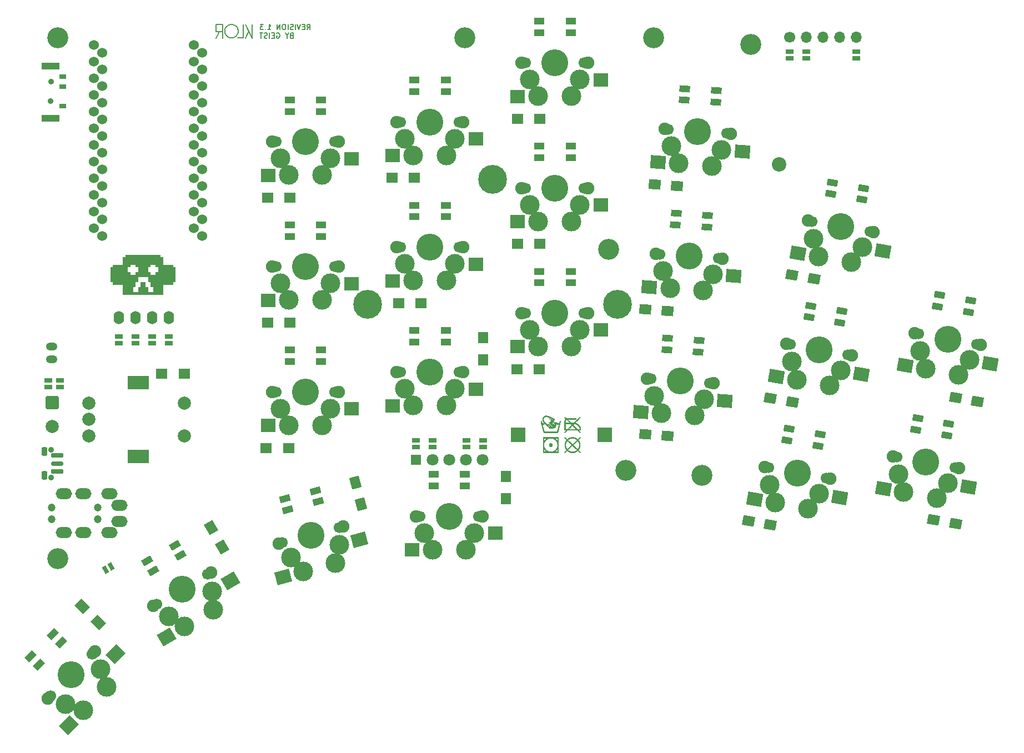
<source format=gbs>
G04 #@! TF.GenerationSoftware,KiCad,Pcbnew,7.0.5*
G04 #@! TF.CreationDate,2023-06-17T21:44:30-05:00*
G04 #@! TF.ProjectId,klor1_3_pimoroni,6b6c6f72-315f-4335-9f70-696d6f726f6e,v1.3.0*
G04 #@! TF.SameCoordinates,Original*
G04 #@! TF.FileFunction,Soldermask,Bot*
G04 #@! TF.FilePolarity,Negative*
%FSLAX46Y46*%
G04 Gerber Fmt 4.6, Leading zero omitted, Abs format (unit mm)*
G04 Created by KiCad (PCBNEW 7.0.5) date 2023-06-17 21:44:30*
%MOMM*%
%LPD*%
G01*
G04 APERTURE LIST*
G04 Aperture macros list*
%AMRoundRect*
0 Rectangle with rounded corners*
0 $1 Rounding radius*
0 $2 $3 $4 $5 $6 $7 $8 $9 X,Y pos of 4 corners*
0 Add a 4 corners polygon primitive as box body*
4,1,4,$2,$3,$4,$5,$6,$7,$8,$9,$2,$3,0*
0 Add four circle primitives for the rounded corners*
1,1,$1+$1,$2,$3*
1,1,$1+$1,$4,$5*
1,1,$1+$1,$6,$7*
1,1,$1+$1,$8,$9*
0 Add four rect primitives between the rounded corners*
20,1,$1+$1,$2,$3,$4,$5,0*
20,1,$1+$1,$4,$5,$6,$7,0*
20,1,$1+$1,$6,$7,$8,$9,0*
20,1,$1+$1,$8,$9,$2,$3,0*%
%AMRotRect*
0 Rectangle, with rotation*
0 The origin of the aperture is its center*
0 $1 length*
0 $2 width*
0 $3 Rotation angle, in degrees counterclockwise*
0 Add horizontal line*
21,1,$1,$2,0,0,$3*%
G04 Aperture macros list end*
%ADD10C,0.000001*%
%ADD11C,0.150000*%
%ADD12C,0.000000*%
%ADD13R,1.143000X0.635000*%
%ADD14R,1.524000X1.524000*%
%ADD15C,1.800000*%
%ADD16C,4.400000*%
%ADD17C,1.900000*%
%ADD18C,1.700000*%
%ADD19C,3.000000*%
%ADD20C,4.100000*%
%ADD21RotRect,1.600000X1.000000X225.000000*%
%ADD22RotRect,2.300000X2.000000X45.000000*%
%ADD23R,1.600000X1.000000*%
%ADD24R,2.300000X2.000000*%
%ADD25RotRect,1.600000X1.000000X176.000000*%
%ADD26RotRect,2.300000X2.000000X356.000000*%
%ADD27C,3.200000*%
%ADD28RotRect,1.800000X1.500000X350.000000*%
%ADD29R,1.800000X1.500000*%
%ADD30RotRect,1.800000X1.500000X356.000000*%
%ADD31RotRect,1.600000X1.000000X195.000000*%
%ADD32RotRect,2.300000X2.000000X15.000000*%
%ADD33RotRect,1.600000X1.000000X170.000000*%
%ADD34RotRect,2.300000X2.000000X350.000000*%
%ADD35RotRect,1.800000X1.500000X285.000000*%
%ADD36R,2.200000X2.200000*%
%ADD37C,2.200000*%
%ADD38C,2.000000*%
%ADD39R,3.200000X2.000000*%
%ADD40O,1.600000X2.000000*%
%ADD41C,1.200000*%
%ADD42O,2.500000X1.700000*%
%ADD43RotRect,1.800000X1.500000X300.000000*%
%ADD44O,1.750000X1.200000*%
%ADD45C,0.900000*%
%ADD46RoundRect,0.187500X-0.712500X0.187500X-0.712500X-0.187500X0.712500X-0.187500X0.712500X0.187500X0*%
%ADD47RoundRect,0.150000X-0.750000X0.150000X-0.750000X-0.150000X0.750000X-0.150000X0.750000X0.150000X0*%
%ADD48RoundRect,0.225000X-0.225000X0.425000X-0.225000X-0.425000X0.225000X-0.425000X0.225000X0.425000X0*%
%ADD49RotRect,1.600000X1.000000X210.000000*%
%ADD50RotRect,2.300000X2.000000X30.000000*%
%ADD51RotRect,1.800000X1.500000X315.000000*%
%ADD52R,1.500000X1.800000*%
%ADD53RoundRect,0.142858X-0.857142X0.857142X-0.857142X-0.857142X0.857142X-0.857142X0.857142X0.857142X0*%
%ADD54R,1.000000X0.700000*%
%ADD55R,2.800000X1.000000*%
%ADD56C,1.524000*%
%ADD57RotRect,0.635000X1.143000X210.000000*%
%ADD58O,1.700000X1.700000*%
G04 APERTURE END LIST*
D10*
X158456354Y-117585550D02*
X158468324Y-117586462D01*
X158480101Y-117587963D01*
X158491672Y-117590037D01*
X158503023Y-117592669D01*
X158514141Y-117595843D01*
X158525013Y-117599544D01*
X158535624Y-117603757D01*
X158545962Y-117608465D01*
X158556012Y-117613654D01*
X158565761Y-117619308D01*
X158575196Y-117625412D01*
X158584303Y-117631949D01*
X158593068Y-117638905D01*
X158601478Y-117646263D01*
X158609519Y-117654009D01*
X158617178Y-117662127D01*
X158624441Y-117670602D01*
X158631295Y-117679417D01*
X158637726Y-117688558D01*
X158643720Y-117698008D01*
X158649264Y-117707754D01*
X158654345Y-117717778D01*
X158658948Y-117728065D01*
X158663060Y-117738601D01*
X158666668Y-117749369D01*
X158669759Y-117760354D01*
X158672317Y-117771540D01*
X158674331Y-117782912D01*
X158675786Y-117794455D01*
X158676670Y-117806153D01*
X158676967Y-117817990D01*
X158676670Y-117830138D01*
X158675786Y-117842107D01*
X158674331Y-117853883D01*
X158672317Y-117865453D01*
X158669759Y-117876804D01*
X158666668Y-117887922D01*
X158663060Y-117898793D01*
X158658948Y-117909403D01*
X158654345Y-117919740D01*
X158649264Y-117929790D01*
X158643720Y-117939539D01*
X158637726Y-117948973D01*
X158631295Y-117958079D01*
X158624441Y-117966844D01*
X158617178Y-117975253D01*
X158609519Y-117983294D01*
X158601478Y-117990953D01*
X158593068Y-117998215D01*
X158584303Y-118005069D01*
X158575196Y-118011499D01*
X158565761Y-118017493D01*
X158556012Y-118023037D01*
X158545962Y-118028117D01*
X158535624Y-118032720D01*
X158525013Y-118036832D01*
X158514141Y-118040440D01*
X158503023Y-118043530D01*
X158491672Y-118046089D01*
X158480101Y-118048102D01*
X158468324Y-118049558D01*
X158456354Y-118050441D01*
X158444206Y-118050738D01*
X158432058Y-118050441D01*
X158420088Y-118049558D01*
X158408311Y-118048102D01*
X158396741Y-118046089D01*
X158385389Y-118043530D01*
X158374271Y-118040440D01*
X158363399Y-118036832D01*
X158352788Y-118032720D01*
X158342450Y-118028117D01*
X158332400Y-118023037D01*
X158322651Y-118017493D01*
X158313216Y-118011499D01*
X158304109Y-118005069D01*
X158295344Y-117998215D01*
X158286934Y-117990953D01*
X158278893Y-117983294D01*
X158271234Y-117975253D01*
X158263971Y-117966844D01*
X158257117Y-117958079D01*
X158250686Y-117948973D01*
X158244692Y-117939539D01*
X158239148Y-117929790D01*
X158234068Y-117919740D01*
X158229464Y-117909403D01*
X158225352Y-117898793D01*
X158221744Y-117887922D01*
X158218653Y-117876804D01*
X158216095Y-117865453D01*
X158214081Y-117853883D01*
X158212626Y-117842107D01*
X158211742Y-117830138D01*
X158211445Y-117817990D01*
X158211742Y-117805843D01*
X158212626Y-117793874D01*
X158214081Y-117782098D01*
X158216095Y-117770528D01*
X158218653Y-117759177D01*
X158221744Y-117748059D01*
X158225352Y-117737188D01*
X158229464Y-117726577D01*
X158234068Y-117716240D01*
X158239148Y-117706191D01*
X158244692Y-117696442D01*
X158250686Y-117687008D01*
X158257117Y-117677902D01*
X158263971Y-117669137D01*
X158271234Y-117660728D01*
X158278893Y-117652687D01*
X158286934Y-117645028D01*
X158295344Y-117637765D01*
X158304109Y-117630912D01*
X158313216Y-117624482D01*
X158322651Y-117618488D01*
X158332400Y-117612944D01*
X158342450Y-117607864D01*
X158352788Y-117603261D01*
X158363399Y-117599149D01*
X158374271Y-117595541D01*
X158385389Y-117592451D01*
X158396741Y-117589892D01*
X158408311Y-117587878D01*
X158420088Y-117586423D01*
X158432058Y-117585540D01*
X158444206Y-117585243D01*
X158456354Y-117585550D01*
G36*
X158456354Y-117585550D02*
G01*
X158468324Y-117586462D01*
X158480101Y-117587963D01*
X158491672Y-117590037D01*
X158503023Y-117592669D01*
X158514141Y-117595843D01*
X158525013Y-117599544D01*
X158535624Y-117603757D01*
X158545962Y-117608465D01*
X158556012Y-117613654D01*
X158565761Y-117619308D01*
X158575196Y-117625412D01*
X158584303Y-117631949D01*
X158593068Y-117638905D01*
X158601478Y-117646263D01*
X158609519Y-117654009D01*
X158617178Y-117662127D01*
X158624441Y-117670602D01*
X158631295Y-117679417D01*
X158637726Y-117688558D01*
X158643720Y-117698008D01*
X158649264Y-117707754D01*
X158654345Y-117717778D01*
X158658948Y-117728065D01*
X158663060Y-117738601D01*
X158666668Y-117749369D01*
X158669759Y-117760354D01*
X158672317Y-117771540D01*
X158674331Y-117782912D01*
X158675786Y-117794455D01*
X158676670Y-117806153D01*
X158676967Y-117817990D01*
X158676670Y-117830138D01*
X158675786Y-117842107D01*
X158674331Y-117853883D01*
X158672317Y-117865453D01*
X158669759Y-117876804D01*
X158666668Y-117887922D01*
X158663060Y-117898793D01*
X158658948Y-117909403D01*
X158654345Y-117919740D01*
X158649264Y-117929790D01*
X158643720Y-117939539D01*
X158637726Y-117948973D01*
X158631295Y-117958079D01*
X158624441Y-117966844D01*
X158617178Y-117975253D01*
X158609519Y-117983294D01*
X158601478Y-117990953D01*
X158593068Y-117998215D01*
X158584303Y-118005069D01*
X158575196Y-118011499D01*
X158565761Y-118017493D01*
X158556012Y-118023037D01*
X158545962Y-118028117D01*
X158535624Y-118032720D01*
X158525013Y-118036832D01*
X158514141Y-118040440D01*
X158503023Y-118043530D01*
X158491672Y-118046089D01*
X158480101Y-118048102D01*
X158468324Y-118049558D01*
X158456354Y-118050441D01*
X158444206Y-118050738D01*
X158432058Y-118050441D01*
X158420088Y-118049558D01*
X158408311Y-118048102D01*
X158396741Y-118046089D01*
X158385389Y-118043530D01*
X158374271Y-118040440D01*
X158363399Y-118036832D01*
X158352788Y-118032720D01*
X158342450Y-118028117D01*
X158332400Y-118023037D01*
X158322651Y-118017493D01*
X158313216Y-118011499D01*
X158304109Y-118005069D01*
X158295344Y-117998215D01*
X158286934Y-117990953D01*
X158278893Y-117983294D01*
X158271234Y-117975253D01*
X158263971Y-117966844D01*
X158257117Y-117958079D01*
X158250686Y-117948973D01*
X158244692Y-117939539D01*
X158239148Y-117929790D01*
X158234068Y-117919740D01*
X158229464Y-117909403D01*
X158225352Y-117898793D01*
X158221744Y-117887922D01*
X158218653Y-117876804D01*
X158216095Y-117865453D01*
X158214081Y-117853883D01*
X158212626Y-117842107D01*
X158211742Y-117830138D01*
X158211445Y-117817990D01*
X158211742Y-117805843D01*
X158212626Y-117793874D01*
X158214081Y-117782098D01*
X158216095Y-117770528D01*
X158218653Y-117759177D01*
X158221744Y-117748059D01*
X158225352Y-117737188D01*
X158229464Y-117726577D01*
X158234068Y-117716240D01*
X158239148Y-117706191D01*
X158244692Y-117696442D01*
X158250686Y-117687008D01*
X158257117Y-117677902D01*
X158263971Y-117669137D01*
X158271234Y-117660728D01*
X158278893Y-117652687D01*
X158286934Y-117645028D01*
X158295344Y-117637765D01*
X158304109Y-117630912D01*
X158313216Y-117624482D01*
X158322651Y-117618488D01*
X158332400Y-117612944D01*
X158342450Y-117607864D01*
X158352788Y-117603261D01*
X158363399Y-117599149D01*
X158374271Y-117595541D01*
X158385389Y-117592451D01*
X158396741Y-117589892D01*
X158408311Y-117587878D01*
X158420088Y-117586423D01*
X158432058Y-117585540D01*
X158444206Y-117585243D01*
X158456354Y-117585550D01*
G37*
D11*
X108463510Y-54781201D02*
X107469711Y-54781201D01*
X109800000Y-53718863D02*
X109643435Y-53730708D01*
X109494284Y-53765082D01*
X109354290Y-53820241D01*
X109184890Y-53923103D01*
X109039005Y-54055681D01*
X108920768Y-54213840D01*
X108834314Y-54393447D01*
X108792818Y-54539740D01*
X108773269Y-54694027D01*
X108771932Y-54746932D01*
D10*
X159771121Y-114953607D02*
X159512792Y-115910165D01*
X159502212Y-115945430D01*
X157386203Y-115945430D01*
X157160495Y-115099074D01*
X157038057Y-114640632D01*
X157164020Y-114640632D01*
X157176418Y-114689011D01*
X157210308Y-114816074D01*
X157260728Y-115002647D01*
X157322721Y-115229554D01*
X157326248Y-115233081D01*
X157484949Y-115818476D01*
X159406991Y-115818476D01*
X159565691Y-115229554D01*
X159677663Y-114813430D01*
X159710505Y-114687027D01*
X159718826Y-114652630D01*
X159720865Y-114640632D01*
X159717779Y-114641293D01*
X159714170Y-114642120D01*
X159709403Y-114643277D01*
X159703645Y-114644765D01*
X159697060Y-114646583D01*
X159693509Y-114647616D01*
X159689814Y-114648732D01*
X159685994Y-114649930D01*
X159682072Y-114651211D01*
X159676854Y-114653113D01*
X159671740Y-114654855D01*
X159666667Y-114656442D01*
X159661573Y-114657879D01*
X159656396Y-114659171D01*
X159651075Y-114660324D01*
X159645548Y-114661342D01*
X159639751Y-114662232D01*
X159633624Y-114662997D01*
X159627105Y-114663644D01*
X159620131Y-114664177D01*
X159612640Y-114664601D01*
X159604571Y-114664922D01*
X159595861Y-114665145D01*
X159576271Y-114665317D01*
X159559783Y-114665178D01*
X159544545Y-114664698D01*
X159530319Y-114663783D01*
X159516868Y-114662342D01*
X159503955Y-114660281D01*
X159491341Y-114657507D01*
X159478790Y-114653927D01*
X159466062Y-114649448D01*
X159452922Y-114643978D01*
X159439130Y-114637422D01*
X159424450Y-114629689D01*
X159408643Y-114620685D01*
X159391473Y-114610318D01*
X159372702Y-114598493D01*
X159329403Y-114570102D01*
X159292800Y-114545527D01*
X159264050Y-114526903D01*
X159252180Y-114519616D01*
X159241746Y-114513569D01*
X159232573Y-114508678D01*
X159224485Y-114504863D01*
X159217305Y-114502039D01*
X159210860Y-114500124D01*
X159204972Y-114499036D01*
X159199467Y-114498691D01*
X159194169Y-114499008D01*
X159188901Y-114499903D01*
X159183489Y-114501295D01*
X159177756Y-114503099D01*
X159170940Y-114505596D01*
X159165054Y-114507866D01*
X159162467Y-114508947D01*
X159160119Y-114510011D01*
X159158014Y-114511070D01*
X159156155Y-114512136D01*
X159154544Y-114513223D01*
X159153183Y-114514343D01*
X159152075Y-114515510D01*
X159151223Y-114516737D01*
X159150630Y-114518036D01*
X159150297Y-114519420D01*
X159150227Y-114520902D01*
X159150424Y-114522495D01*
X159150890Y-114524212D01*
X159151626Y-114526066D01*
X159152637Y-114528070D01*
X159153923Y-114530237D01*
X159155489Y-114532579D01*
X159157336Y-114535110D01*
X159159468Y-114537842D01*
X159161886Y-114540789D01*
X159167593Y-114547377D01*
X159174477Y-114554977D01*
X159191863Y-114573629D01*
X159203235Y-114585795D01*
X159213574Y-114597233D01*
X159222921Y-114608040D01*
X159231318Y-114618316D01*
X159238805Y-114628158D01*
X159245424Y-114637663D01*
X159251217Y-114646932D01*
X159256225Y-114656060D01*
X159260488Y-114665148D01*
X159264049Y-114674292D01*
X159266949Y-114683591D01*
X159269229Y-114693144D01*
X159270930Y-114703047D01*
X159272095Y-114713400D01*
X159272763Y-114724301D01*
X159272976Y-114735847D01*
X159272973Y-114736140D01*
X159272890Y-114744785D01*
X159272618Y-114753128D01*
X159272139Y-114760945D01*
X159271433Y-114768302D01*
X159270479Y-114775266D01*
X159269257Y-114781905D01*
X159267745Y-114788285D01*
X159265923Y-114794475D01*
X159263770Y-114800540D01*
X159261266Y-114806549D01*
X159258391Y-114812568D01*
X159255122Y-114818664D01*
X159251441Y-114824905D01*
X159247325Y-114831358D01*
X159242755Y-114838090D01*
X159237709Y-114845168D01*
X159234863Y-114849213D01*
X159231634Y-114853392D01*
X159228054Y-114857674D01*
X159224154Y-114862029D01*
X159219964Y-114866425D01*
X159215516Y-114870831D01*
X159210841Y-114875217D01*
X159205969Y-114879551D01*
X159200932Y-114883802D01*
X159195761Y-114887940D01*
X159190486Y-114891933D01*
X159185140Y-114895751D01*
X159179751Y-114899362D01*
X159174353Y-114902735D01*
X159168975Y-114905839D01*
X159163649Y-114908644D01*
X159164310Y-114911675D01*
X159165137Y-114915153D01*
X159166294Y-114919665D01*
X159167782Y-114925003D01*
X159168650Y-114927917D01*
X159169600Y-114930960D01*
X159170633Y-114934107D01*
X159171749Y-114937332D01*
X159172948Y-114940608D01*
X159174229Y-114943909D01*
X159176678Y-114952193D01*
X159178739Y-114960509D01*
X159180415Y-114968844D01*
X159181709Y-114977190D01*
X159182627Y-114985537D01*
X159183171Y-114993872D01*
X159183156Y-115010472D01*
X159181694Y-115026906D01*
X159178816Y-115043091D01*
X159174554Y-115058947D01*
X159168939Y-115074389D01*
X159162001Y-115089335D01*
X159153771Y-115103703D01*
X159144281Y-115117409D01*
X159133562Y-115130372D01*
X159121644Y-115142508D01*
X159115245Y-115148240D01*
X159108558Y-115153735D01*
X159101587Y-115158982D01*
X159094336Y-115163970D01*
X159086808Y-115168690D01*
X159079008Y-115173131D01*
X159075114Y-115175032D01*
X159071328Y-115176774D01*
X159067594Y-115178361D01*
X159063855Y-115179798D01*
X159060053Y-115181090D01*
X159056133Y-115182243D01*
X159052037Y-115183261D01*
X159047709Y-115184151D01*
X159043091Y-115184916D01*
X159038128Y-115185563D01*
X159032761Y-115186096D01*
X159026935Y-115186520D01*
X159020592Y-115186841D01*
X159013675Y-115187064D01*
X159006129Y-115187194D01*
X158997895Y-115187236D01*
X158983141Y-115187216D01*
X158970453Y-115187071D01*
X158959584Y-115186678D01*
X158954753Y-115186350D01*
X158950285Y-115185914D01*
X158946147Y-115185353D01*
X158942308Y-115184653D01*
X158938739Y-115183798D01*
X158935406Y-115182773D01*
X158932281Y-115181562D01*
X158929331Y-115180149D01*
X158926526Y-115178519D01*
X158923835Y-115176657D01*
X158906201Y-115166077D01*
X158885041Y-115197816D01*
X158880831Y-115204381D01*
X158876162Y-115210833D01*
X158871069Y-115217141D01*
X158865589Y-115223272D01*
X158859757Y-115229198D01*
X158853610Y-115234885D01*
X158847185Y-115240304D01*
X158840516Y-115245423D01*
X158833641Y-115250212D01*
X158826595Y-115254639D01*
X158819416Y-115258673D01*
X158812137Y-115262284D01*
X158804797Y-115265440D01*
X158797432Y-115268111D01*
X158790076Y-115270265D01*
X158786413Y-115271139D01*
X158782767Y-115271872D01*
X158775218Y-115273651D01*
X158767172Y-115275033D01*
X158758714Y-115276033D01*
X158749925Y-115276666D01*
X158740888Y-115276947D01*
X158731685Y-115276893D01*
X158722400Y-115276518D01*
X158713115Y-115275839D01*
X158703913Y-115274871D01*
X158694875Y-115273628D01*
X158686086Y-115272128D01*
X158677628Y-115270384D01*
X158669582Y-115268413D01*
X158662033Y-115266231D01*
X158655062Y-115263852D01*
X158648753Y-115261292D01*
X158645909Y-115259808D01*
X158642698Y-115258014D01*
X158635363Y-115253578D01*
X158627118Y-115248151D01*
X158622770Y-115245117D01*
X158618335Y-115241897D01*
X158613859Y-115238511D01*
X158609388Y-115234981D01*
X158604968Y-115231328D01*
X158600647Y-115227570D01*
X158596470Y-115223730D01*
X158592484Y-115219829D01*
X158588736Y-115215885D01*
X158585273Y-115211922D01*
X158546479Y-115176657D01*
X158507686Y-115215448D01*
X158496555Y-115226393D01*
X158491506Y-115231186D01*
X158486746Y-115235560D01*
X158482235Y-115239542D01*
X158477929Y-115243157D01*
X158473790Y-115246431D01*
X158469774Y-115249391D01*
X158465841Y-115252060D01*
X158461949Y-115254467D01*
X158458057Y-115256635D01*
X158454124Y-115258592D01*
X158450109Y-115260363D01*
X158445969Y-115261974D01*
X158441664Y-115263451D01*
X158437152Y-115264819D01*
X158428941Y-115267258D01*
X158420228Y-115269289D01*
X158411092Y-115270917D01*
X158401610Y-115272147D01*
X158391859Y-115272985D01*
X158381917Y-115273435D01*
X158371861Y-115273503D01*
X158361769Y-115273194D01*
X158351719Y-115272513D01*
X158341787Y-115271465D01*
X158332052Y-115270056D01*
X158322590Y-115268290D01*
X158313480Y-115266173D01*
X158304798Y-115263710D01*
X158296623Y-115260906D01*
X158289032Y-115257766D01*
X158284602Y-115254657D01*
X158277894Y-115249260D01*
X158257457Y-115231372D01*
X158227349Y-115203650D01*
X158187199Y-115165637D01*
X158136633Y-115116879D01*
X158075282Y-115056922D01*
X158002771Y-114985311D01*
X157918730Y-114901591D01*
X157675830Y-114660468D01*
X157573115Y-114559523D01*
X157567660Y-114562608D01*
X157561399Y-114566218D01*
X157553277Y-114570984D01*
X157543669Y-114576742D01*
X157532944Y-114583326D01*
X157521475Y-114590572D01*
X157509635Y-114598314D01*
X157480161Y-114616373D01*
X157466883Y-114624117D01*
X157454365Y-114631044D01*
X157442446Y-114637186D01*
X157430966Y-114642574D01*
X157419765Y-114647239D01*
X157408683Y-114651211D01*
X157397560Y-114654522D01*
X157386235Y-114657204D01*
X157374549Y-114659285D01*
X157362340Y-114660799D01*
X157349450Y-114661775D01*
X157335718Y-114662245D01*
X157320984Y-114662240D01*
X157305087Y-114661791D01*
X157285497Y-114661763D01*
X157268718Y-114661570D01*
X157254253Y-114661047D01*
X157247734Y-114660609D01*
X157241607Y-114660027D01*
X157235811Y-114659280D01*
X157230283Y-114658347D01*
X157224962Y-114657207D01*
X157219786Y-114655840D01*
X157214692Y-114654225D01*
X157209619Y-114652341D01*
X157204504Y-114650168D01*
X157199287Y-114647685D01*
X157195985Y-114646405D01*
X157192709Y-114645212D01*
X157186337Y-114643111D01*
X157180379Y-114641424D01*
X157177620Y-114640748D01*
X157175041Y-114640191D01*
X157172669Y-114639758D01*
X157170529Y-114639454D01*
X157168648Y-114639284D01*
X157167051Y-114639254D01*
X157165763Y-114639369D01*
X157164812Y-114639633D01*
X157164470Y-114639823D01*
X157164222Y-114640052D01*
X157164071Y-114640322D01*
X157164020Y-114640632D01*
X157038057Y-114640632D01*
X157000031Y-114498250D01*
X156952200Y-114312063D01*
X156934788Y-114238613D01*
X156934889Y-114236280D01*
X156935190Y-114233912D01*
X156935680Y-114231517D01*
X156936351Y-114229102D01*
X156937196Y-114226674D01*
X156938205Y-114224240D01*
X156939370Y-114221807D01*
X156940684Y-114219383D01*
X156942137Y-114216974D01*
X156943721Y-114214588D01*
X156945427Y-114212232D01*
X156947248Y-114209913D01*
X156951199Y-114205412D01*
X156955507Y-114201145D01*
X156960104Y-114197166D01*
X156964923Y-114193534D01*
X156969897Y-114190304D01*
X156972421Y-114188858D01*
X156974959Y-114187535D01*
X156977502Y-114186340D01*
X156980041Y-114185281D01*
X156982569Y-114184366D01*
X156985077Y-114183602D01*
X156987557Y-114182995D01*
X156990000Y-114182552D01*
X156992397Y-114182281D01*
X156993299Y-114182246D01*
X156995799Y-114182314D01*
X157000292Y-114182686D01*
X157004681Y-114183306D01*
X157008957Y-114184173D01*
X157013109Y-114185289D01*
X157017126Y-114186653D01*
X157020999Y-114188265D01*
X157024717Y-114190124D01*
X157028269Y-114192232D01*
X157031646Y-114194588D01*
X157034837Y-114197191D01*
X157037831Y-114200043D01*
X157040619Y-114203142D01*
X157043190Y-114206489D01*
X157045534Y-114210085D01*
X157047640Y-114213928D01*
X157052710Y-114229797D01*
X157061747Y-114258891D01*
X157073429Y-114297241D01*
X157086434Y-114340881D01*
X157109357Y-114419786D01*
X157113642Y-114433830D01*
X157117182Y-114444527D01*
X157119896Y-114451339D01*
X157120917Y-114453120D01*
X157121701Y-114453729D01*
X157126539Y-114457507D01*
X157132963Y-114462132D01*
X157149639Y-114473345D01*
X157169869Y-114486211D01*
X157191793Y-114499573D01*
X157213553Y-114512274D01*
X157233287Y-114523156D01*
X157241814Y-114527554D01*
X157249137Y-114531063D01*
X157255023Y-114533539D01*
X157259241Y-114534838D01*
X157264809Y-114536077D01*
X157270882Y-114537152D01*
X157277389Y-114538061D01*
X157284258Y-114538805D01*
X157291417Y-114539384D01*
X157298792Y-114539797D01*
X157306312Y-114540045D01*
X157313905Y-114540127D01*
X157321497Y-114540045D01*
X157329017Y-114539797D01*
X157336392Y-114539384D01*
X157343551Y-114538805D01*
X157350420Y-114538061D01*
X157356927Y-114537152D01*
X157363001Y-114536077D01*
X157368568Y-114534838D01*
X157372587Y-114533698D01*
X157377908Y-114531669D01*
X157384345Y-114528856D01*
X157391712Y-114525360D01*
X157408491Y-114516737D01*
X157426758Y-114506626D01*
X157445025Y-114495854D01*
X157461805Y-114485247D01*
X157469171Y-114480263D01*
X157475608Y-114475631D01*
X157480929Y-114471454D01*
X157484948Y-114467835D01*
X157461584Y-114442268D01*
X157435850Y-114414276D01*
X157403835Y-114379673D01*
X157362520Y-114336280D01*
X157344431Y-114316475D01*
X157327901Y-114297682D01*
X157312818Y-114279715D01*
X157299068Y-114262390D01*
X157286537Y-114245518D01*
X157275111Y-114228916D01*
X157264677Y-114212396D01*
X157255122Y-114195772D01*
X157246331Y-114178860D01*
X157238191Y-114161472D01*
X157230588Y-114143423D01*
X157223409Y-114124526D01*
X157216540Y-114104597D01*
X157209868Y-114083448D01*
X157205060Y-114066374D01*
X157201161Y-114051324D01*
X157199527Y-114044159D01*
X157198089Y-114037019D01*
X157196837Y-114029744D01*
X157195761Y-114022176D01*
X157194850Y-114014152D01*
X157194094Y-114005514D01*
X157193483Y-113996102D01*
X157193006Y-113985754D01*
X157192653Y-113974311D01*
X157192414Y-113961612D01*
X157192235Y-113931810D01*
X157192266Y-113924291D01*
X157312476Y-113924291D01*
X157312518Y-113948797D01*
X157313905Y-113973411D01*
X157316657Y-113998082D01*
X157320790Y-114022759D01*
X157326323Y-114047390D01*
X157333274Y-114071925D01*
X157341662Y-114096313D01*
X157351504Y-114120503D01*
X157362818Y-114144444D01*
X157375622Y-114168084D01*
X157379654Y-114174018D01*
X157386553Y-114182658D01*
X157396459Y-114194150D01*
X157409511Y-114208638D01*
X157445611Y-114247182D01*
X157495970Y-114299445D01*
X157561703Y-114366586D01*
X157643925Y-114449761D01*
X157862304Y-114668844D01*
X158196457Y-115002096D01*
X158301707Y-115105246D01*
X158332221Y-115134009D01*
X158345460Y-115144919D01*
X158349426Y-115146779D01*
X158353386Y-115148394D01*
X158357333Y-115149766D01*
X158361261Y-115150897D01*
X158365163Y-115151791D01*
X158369032Y-115152450D01*
X158372863Y-115152877D01*
X158376649Y-115153074D01*
X158380383Y-115153043D01*
X158384058Y-115152788D01*
X158387670Y-115152311D01*
X158391210Y-115151614D01*
X158394673Y-115150700D01*
X158398051Y-115149571D01*
X158401340Y-115148231D01*
X158404531Y-115146682D01*
X158407620Y-115144926D01*
X158410598Y-115142966D01*
X158413460Y-115140805D01*
X158416200Y-115138444D01*
X158418810Y-115135888D01*
X158421285Y-115133137D01*
X158423617Y-115130196D01*
X158425802Y-115127066D01*
X158427831Y-115123750D01*
X158429698Y-115120251D01*
X158431398Y-115116571D01*
X158432924Y-115112712D01*
X158434269Y-115108678D01*
X158435426Y-115104471D01*
X158436390Y-115100094D01*
X158437153Y-115095548D01*
X158437153Y-115070863D01*
X158229079Y-114859274D01*
X158017478Y-114647685D01*
X158063325Y-114601841D01*
X158109172Y-114555997D01*
X158408940Y-114855747D01*
X158571112Y-115017139D01*
X158624983Y-115069919D01*
X158664183Y-115107450D01*
X158691315Y-115132252D01*
X158708983Y-115146847D01*
X158719790Y-115153756D01*
X158723435Y-115155115D01*
X158726341Y-115155498D01*
X158730257Y-115155426D01*
X158734068Y-115155210D01*
X158737773Y-115154850D01*
X158741371Y-115154348D01*
X158744860Y-115153704D01*
X158748240Y-115152918D01*
X158751508Y-115151991D01*
X158754665Y-115150925D01*
X158757707Y-115149719D01*
X158760635Y-115148374D01*
X158763446Y-115146891D01*
X158766140Y-115145270D01*
X158768715Y-115143512D01*
X158771170Y-115141619D01*
X158773504Y-115139589D01*
X158775715Y-115137425D01*
X158777801Y-115135126D01*
X158779763Y-115132694D01*
X158781598Y-115130129D01*
X158783305Y-115127431D01*
X158784883Y-115124602D01*
X158786331Y-115121641D01*
X158787647Y-115118550D01*
X158788830Y-115115329D01*
X158789878Y-115111980D01*
X158790791Y-115108501D01*
X158791567Y-115104895D01*
X158792205Y-115101162D01*
X158792703Y-115097302D01*
X158793060Y-115093316D01*
X158793276Y-115089204D01*
X158793348Y-115084969D01*
X158793309Y-115083007D01*
X158793159Y-115081055D01*
X158792848Y-115079058D01*
X158792329Y-115076965D01*
X158791551Y-115074722D01*
X158790465Y-115072276D01*
X158789024Y-115069575D01*
X158787176Y-115066565D01*
X158784874Y-115063193D01*
X158782069Y-115059407D01*
X158778711Y-115055153D01*
X158774750Y-115050379D01*
X158770139Y-115045031D01*
X158764828Y-115039057D01*
X158758768Y-115032404D01*
X158751909Y-115025018D01*
X158744204Y-115016848D01*
X158735602Y-115007839D01*
X158715513Y-114987095D01*
X158691250Y-114962363D01*
X158662420Y-114933220D01*
X158628630Y-114899241D01*
X158589489Y-114860004D01*
X158493580Y-114764059D01*
X158193812Y-114464308D01*
X158239659Y-114418464D01*
X158285506Y-114372620D01*
X158627594Y-114714688D01*
X158815334Y-114902087D01*
X158876617Y-114962582D01*
X158920749Y-115005182D01*
X158951160Y-115033070D01*
X158971280Y-115049428D01*
X158978553Y-115054278D01*
X158984540Y-115057439D01*
X158989669Y-115059308D01*
X158994369Y-115060283D01*
X158998955Y-115060791D01*
X159003451Y-115061000D01*
X159007848Y-115060919D01*
X159012140Y-115060559D01*
X159016318Y-115059930D01*
X159020375Y-115059043D01*
X159024302Y-115057909D01*
X159028093Y-115056536D01*
X159031739Y-115054937D01*
X159035232Y-115053120D01*
X159038566Y-115051097D01*
X159041731Y-115048877D01*
X159044721Y-115046472D01*
X159047527Y-115043891D01*
X159050143Y-115041144D01*
X159052559Y-115038243D01*
X159054769Y-115035197D01*
X159056764Y-115032016D01*
X159058537Y-115028712D01*
X159060081Y-115025294D01*
X159061387Y-115021773D01*
X159062447Y-115018158D01*
X159063254Y-115014461D01*
X159063800Y-115010692D01*
X159064078Y-115006861D01*
X159064079Y-115002978D01*
X159063796Y-114999054D01*
X159063222Y-114995098D01*
X159062347Y-114991122D01*
X159061166Y-114987136D01*
X159059669Y-114983150D01*
X159057849Y-114979174D01*
X159055441Y-114975485D01*
X159049659Y-114968505D01*
X159028699Y-114945397D01*
X158996415Y-114911296D01*
X158954253Y-114867649D01*
X158846083Y-114757502D01*
X158715761Y-114626526D01*
X158479473Y-114389811D01*
X158407286Y-114316582D01*
X158387600Y-114296022D01*
X158380726Y-114287984D01*
X158380777Y-114287602D01*
X158380930Y-114287121D01*
X158381532Y-114285870D01*
X158382516Y-114284257D01*
X158383867Y-114282309D01*
X158385569Y-114280050D01*
X158387607Y-114277508D01*
X158389966Y-114274707D01*
X158392629Y-114271674D01*
X158395581Y-114268434D01*
X158398807Y-114265014D01*
X158402292Y-114261438D01*
X158406019Y-114257733D01*
X158409974Y-114253925D01*
X158414140Y-114250040D01*
X158418503Y-114246103D01*
X158423046Y-114242140D01*
X158465367Y-114199822D01*
X158761608Y-114496046D01*
X158906863Y-114640577D01*
X159000541Y-114731880D01*
X159031344Y-114760773D01*
X159053220Y-114780204D01*
X159067492Y-114791451D01*
X159072190Y-114794407D01*
X159075483Y-114795797D01*
X159079448Y-114796326D01*
X159083405Y-114796594D01*
X159087342Y-114796610D01*
X159091249Y-114796383D01*
X159095118Y-114795920D01*
X159098939Y-114795232D01*
X159102701Y-114794324D01*
X159106396Y-114793207D01*
X159110013Y-114791889D01*
X159113543Y-114790377D01*
X159116976Y-114788681D01*
X159120303Y-114786809D01*
X159123513Y-114784768D01*
X159126598Y-114782569D01*
X159129547Y-114780218D01*
X159132350Y-114777724D01*
X159134999Y-114775096D01*
X159137483Y-114772342D01*
X159139792Y-114769471D01*
X159141918Y-114766490D01*
X159143850Y-114763409D01*
X159145578Y-114760235D01*
X159147093Y-114756978D01*
X159148386Y-114753645D01*
X159149446Y-114750245D01*
X159150263Y-114746786D01*
X159150829Y-114743276D01*
X159151134Y-114739725D01*
X159151167Y-114736140D01*
X159150920Y-114732530D01*
X159150381Y-114728903D01*
X159149543Y-114725268D01*
X159149139Y-114723892D01*
X159147922Y-114721745D01*
X159143027Y-114715108D01*
X159134804Y-114705299D01*
X159123203Y-114692262D01*
X159089658Y-114656274D01*
X159041979Y-114606690D01*
X158979752Y-114543055D01*
X158902565Y-114464914D01*
X158701654Y-114263299D01*
X158701654Y-114259772D01*
X158530775Y-114087746D01*
X158392629Y-113946797D01*
X158301431Y-113852133D01*
X158277881Y-113826911D01*
X158271399Y-113818962D01*
X158273980Y-113819490D01*
X158278989Y-113821036D01*
X158295755Y-113826952D01*
X158320621Y-113836257D01*
X158352513Y-113848497D01*
X158433075Y-113879959D01*
X158528847Y-113917704D01*
X158682809Y-113976938D01*
X158731562Y-113994632D01*
X158750365Y-114000842D01*
X158766016Y-114005425D01*
X158778940Y-114008479D01*
X158789560Y-114010102D01*
X158798299Y-114010392D01*
X158805581Y-114009447D01*
X158811830Y-114007366D01*
X158817470Y-114004247D01*
X158828615Y-113995286D01*
X158830547Y-113993593D01*
X158832376Y-113991820D01*
X158834101Y-113989973D01*
X158835723Y-113988054D01*
X158837242Y-113986069D01*
X158838658Y-113984020D01*
X158839970Y-113981912D01*
X158841179Y-113979748D01*
X158842284Y-113977532D01*
X158843287Y-113975269D01*
X158844185Y-113972962D01*
X158844981Y-113970615D01*
X158845673Y-113968231D01*
X158846262Y-113965816D01*
X158846748Y-113963372D01*
X158847130Y-113960903D01*
X158847409Y-113958414D01*
X158847585Y-113955908D01*
X158847657Y-113953389D01*
X158847626Y-113950861D01*
X158847492Y-113948328D01*
X158847254Y-113945793D01*
X158846913Y-113943262D01*
X158846469Y-113940736D01*
X158845921Y-113938221D01*
X158845270Y-113935720D01*
X158844516Y-113933237D01*
X158843658Y-113930777D01*
X158842698Y-113928342D01*
X158841633Y-113925936D01*
X158840466Y-113923565D01*
X158839195Y-113921230D01*
X158835000Y-113913316D01*
X158833882Y-113911572D01*
X158832539Y-113909832D01*
X158830871Y-113908052D01*
X158828780Y-113906188D01*
X158826168Y-113904194D01*
X158822935Y-113902027D01*
X158818983Y-113899641D01*
X158814212Y-113896993D01*
X158808525Y-113894037D01*
X158801821Y-113890729D01*
X158794003Y-113887025D01*
X158784972Y-113882880D01*
X158774629Y-113878249D01*
X158762875Y-113873088D01*
X158749610Y-113867353D01*
X158734738Y-113860998D01*
X158699771Y-113846252D01*
X158657185Y-113828495D01*
X158606188Y-113807370D01*
X158545991Y-113782520D01*
X158394833Y-113720221D01*
X158107739Y-113600321D01*
X157957524Y-113538607D01*
X157917422Y-113522958D01*
X157891950Y-113513922D01*
X157858777Y-113505106D01*
X157846281Y-113502048D01*
X157832699Y-113499485D01*
X157818188Y-113497419D01*
X157802901Y-113495849D01*
X157786995Y-113494774D01*
X157770624Y-113494196D01*
X157753943Y-113494113D01*
X157737107Y-113494526D01*
X157720271Y-113495435D01*
X157703590Y-113496840D01*
X157687218Y-113498741D01*
X157671312Y-113501138D01*
X157656026Y-113504031D01*
X157641514Y-113507420D01*
X157627933Y-113511305D01*
X157615436Y-113515685D01*
X157590446Y-113524913D01*
X157566404Y-113535371D01*
X157543328Y-113547008D01*
X157521235Y-113559773D01*
X157500146Y-113573615D01*
X157480076Y-113588483D01*
X157461045Y-113604327D01*
X157443070Y-113621094D01*
X157426170Y-113638734D01*
X157410362Y-113657196D01*
X157395665Y-113676430D01*
X157382097Y-113696383D01*
X157369676Y-113717005D01*
X157358419Y-113738245D01*
X157348346Y-113760052D01*
X157339474Y-113782375D01*
X157331821Y-113805163D01*
X157325405Y-113828365D01*
X157320244Y-113851930D01*
X157316357Y-113875806D01*
X157313762Y-113899944D01*
X157312476Y-113924291D01*
X157192266Y-113924291D01*
X157192455Y-113878912D01*
X157192979Y-113858911D01*
X157193998Y-113841884D01*
X157194745Y-113834177D01*
X157195679Y-113826842D01*
X157196819Y-113819754D01*
X157198186Y-113812791D01*
X157199801Y-113805828D01*
X157201685Y-113798740D01*
X157206342Y-113783697D01*
X157212652Y-113762717D01*
X157219672Y-113742101D01*
X157235781Y-113702024D01*
X157254556Y-113663578D01*
X157275883Y-113626879D01*
X157299649Y-113592040D01*
X157325739Y-113559174D01*
X157354040Y-113528394D01*
X157384439Y-113499816D01*
X157416822Y-113473551D01*
X157451074Y-113449715D01*
X157487083Y-113428420D01*
X157505711Y-113418761D01*
X157524735Y-113409780D01*
X157544142Y-113401492D01*
X157563916Y-113393910D01*
X157584044Y-113387048D01*
X157604512Y-113380921D01*
X157625306Y-113375543D01*
X157646411Y-113370929D01*
X157667813Y-113367092D01*
X157689497Y-113364046D01*
X157710010Y-113361732D01*
X157727299Y-113360079D01*
X157742439Y-113359087D01*
X157749539Y-113358839D01*
X157756504Y-113358757D01*
X157763470Y-113358839D01*
X157770570Y-113359087D01*
X157785709Y-113360079D01*
X157802998Y-113361732D01*
X157823511Y-113364046D01*
X157827677Y-113364167D01*
X157832204Y-113364515D01*
X157837041Y-113365069D01*
X157842136Y-113365810D01*
X157852896Y-113367766D01*
X157864068Y-113370218D01*
X157875240Y-113373000D01*
X157885999Y-113375948D01*
X157895932Y-113378896D01*
X157904625Y-113381679D01*
X158080849Y-113450610D01*
X158412467Y-113586655D01*
X158738795Y-113723362D01*
X158849761Y-113771196D01*
X158899149Y-113794277D01*
X158908156Y-113801174D01*
X158916651Y-113808624D01*
X158924620Y-113816601D01*
X158932046Y-113825078D01*
X158938914Y-113834032D01*
X158945209Y-113843434D01*
X158950915Y-113853260D01*
X158956017Y-113863484D01*
X158960498Y-113874080D01*
X158964344Y-113885022D01*
X158967539Y-113896284D01*
X158970068Y-113907841D01*
X158971915Y-113919666D01*
X158973064Y-113931734D01*
X158973501Y-113944019D01*
X158973209Y-113956495D01*
X158972373Y-113965348D01*
X158971192Y-113974049D01*
X158969671Y-113982591D01*
X158967816Y-113990968D01*
X158965633Y-113999171D01*
X158963128Y-114007194D01*
X158960306Y-114015030D01*
X158957174Y-114022672D01*
X158953737Y-114030112D01*
X158950001Y-114037343D01*
X158945972Y-114044359D01*
X158941655Y-114051152D01*
X158937057Y-114057715D01*
X158932183Y-114064041D01*
X158927039Y-114070124D01*
X158921631Y-114075954D01*
X158915965Y-114081527D01*
X158910047Y-114086834D01*
X158903881Y-114091869D01*
X158897475Y-114096624D01*
X158890834Y-114101093D01*
X158883963Y-114105267D01*
X158876869Y-114109141D01*
X158869558Y-114112707D01*
X158862034Y-114115958D01*
X158854305Y-114118886D01*
X158846376Y-114121485D01*
X158838252Y-114123748D01*
X158829939Y-114125667D01*
X158821444Y-114127236D01*
X158812772Y-114128446D01*
X158803929Y-114129292D01*
X158765135Y-114129292D01*
X158909729Y-114277405D01*
X158992055Y-114359395D01*
X159018216Y-114384769D01*
X159036690Y-114401713D01*
X159043586Y-114407488D01*
X159049212Y-114411714D01*
X159053784Y-114414576D01*
X159057519Y-114416260D01*
X159060634Y-114416952D01*
X159063346Y-114416838D01*
X159065873Y-114416105D01*
X159068430Y-114414937D01*
X159077447Y-114409231D01*
X159086015Y-114404000D01*
X159094180Y-114399223D01*
X159101988Y-114394881D01*
X159109487Y-114390951D01*
X159116722Y-114387414D01*
X159123740Y-114384249D01*
X159130588Y-114381436D01*
X159137311Y-114378953D01*
X159143957Y-114376780D01*
X159150572Y-114374896D01*
X159157203Y-114373281D01*
X159163896Y-114371914D01*
X159170697Y-114370774D01*
X159177653Y-114369840D01*
X159184810Y-114369093D01*
X159196329Y-114368028D01*
X159207196Y-114367516D01*
X159217589Y-114367613D01*
X159227681Y-114368377D01*
X159232670Y-114369026D01*
X159237650Y-114369864D01*
X159242643Y-114370896D01*
X159247671Y-114372131D01*
X159252755Y-114373574D01*
X159257918Y-114375234D01*
X159268569Y-114379232D01*
X159279798Y-114384180D01*
X159291782Y-114390135D01*
X159304695Y-114397154D01*
X159318714Y-114405295D01*
X159334014Y-114414613D01*
X159350771Y-114425166D01*
X159389358Y-114450202D01*
X159425988Y-114474812D01*
X159454932Y-114493677D01*
X159467012Y-114501227D01*
X159477759Y-114507666D01*
X159487370Y-114513103D01*
X159496040Y-114517646D01*
X159503966Y-114521404D01*
X159511345Y-114524486D01*
X159518373Y-114526999D01*
X159525245Y-114529052D01*
X159532159Y-114530754D01*
X159539311Y-114532214D01*
X159555112Y-114534838D01*
X159564953Y-114535911D01*
X159574660Y-114536484D01*
X159584264Y-114536550D01*
X159593795Y-114536105D01*
X159603285Y-114535143D01*
X159612765Y-114533660D01*
X159622265Y-114531650D01*
X159631817Y-114529107D01*
X159641452Y-114526028D01*
X159651200Y-114522405D01*
X159661093Y-114518236D01*
X159671162Y-114513514D01*
X159681437Y-114508233D01*
X159691950Y-114502390D01*
X159702731Y-114495978D01*
X159713813Y-114488994D01*
X159734532Y-114475990D01*
X159744065Y-114469901D01*
X159752606Y-114464308D01*
X159759825Y-114459377D01*
X159765390Y-114455272D01*
X159767450Y-114453581D01*
X159768972Y-114452158D01*
X159769916Y-114451025D01*
X159770158Y-114450574D01*
X159770239Y-114450202D01*
X159781260Y-114416260D01*
X159792557Y-114380279D01*
X159798928Y-114359416D01*
X159805506Y-114337355D01*
X159817960Y-114293715D01*
X159828430Y-114255364D01*
X159836255Y-114226271D01*
X159840773Y-114210402D01*
X159841486Y-114208759D01*
X159842299Y-114207139D01*
X159843210Y-114205544D01*
X159844217Y-114203975D01*
X159845317Y-114202435D01*
X159846508Y-114200925D01*
X159847786Y-114199447D01*
X159849149Y-114198004D01*
X159850595Y-114196596D01*
X159852121Y-114195227D01*
X159853725Y-114193898D01*
X159855404Y-114192611D01*
X159857154Y-114191367D01*
X159858975Y-114190170D01*
X159860863Y-114189020D01*
X159862815Y-114187920D01*
X159864829Y-114186872D01*
X159866903Y-114185877D01*
X159869034Y-114184938D01*
X159871219Y-114184056D01*
X159873455Y-114183234D01*
X159875741Y-114182473D01*
X159878073Y-114181775D01*
X159880448Y-114181143D01*
X159882866Y-114180578D01*
X159885322Y-114180081D01*
X159887814Y-114179656D01*
X159890340Y-114179304D01*
X159892896Y-114179027D01*
X159895482Y-114178826D01*
X159898093Y-114178704D01*
X159900727Y-114178663D01*
X159903071Y-114178755D01*
X159905468Y-114179026D01*
X159907911Y-114179468D01*
X159910391Y-114180075D01*
X159912899Y-114180840D01*
X159915427Y-114181755D01*
X159917966Y-114182813D01*
X159920509Y-114184008D01*
X159925571Y-114186778D01*
X159930545Y-114190007D01*
X159935364Y-114193640D01*
X159939961Y-114197618D01*
X159944269Y-114201886D01*
X159948220Y-114206386D01*
X159951748Y-114211062D01*
X159953331Y-114213448D01*
X159954784Y-114215857D01*
X159956098Y-114218281D01*
X159957263Y-114220713D01*
X159958272Y-114223147D01*
X159959117Y-114225575D01*
X159959788Y-114227990D01*
X159960278Y-114230385D01*
X159960579Y-114232753D01*
X159960680Y-114235087D01*
X159853690Y-114640632D01*
X159771121Y-114953607D01*
G36*
X159771121Y-114953607D02*
G01*
X159512792Y-115910165D01*
X159502212Y-115945430D01*
X157386203Y-115945430D01*
X157160495Y-115099074D01*
X157038057Y-114640632D01*
X157164020Y-114640632D01*
X157176418Y-114689011D01*
X157210308Y-114816074D01*
X157260728Y-115002647D01*
X157322721Y-115229554D01*
X157326248Y-115233081D01*
X157484949Y-115818476D01*
X159406991Y-115818476D01*
X159565691Y-115229554D01*
X159677663Y-114813430D01*
X159710505Y-114687027D01*
X159718826Y-114652630D01*
X159720865Y-114640632D01*
X159717779Y-114641293D01*
X159714170Y-114642120D01*
X159709403Y-114643277D01*
X159703645Y-114644765D01*
X159697060Y-114646583D01*
X159693509Y-114647616D01*
X159689814Y-114648732D01*
X159685994Y-114649930D01*
X159682072Y-114651211D01*
X159676854Y-114653113D01*
X159671740Y-114654855D01*
X159666667Y-114656442D01*
X159661573Y-114657879D01*
X159656396Y-114659171D01*
X159651075Y-114660324D01*
X159645548Y-114661342D01*
X159639751Y-114662232D01*
X159633624Y-114662997D01*
X159627105Y-114663644D01*
X159620131Y-114664177D01*
X159612640Y-114664601D01*
X159604571Y-114664922D01*
X159595861Y-114665145D01*
X159576271Y-114665317D01*
X159559783Y-114665178D01*
X159544545Y-114664698D01*
X159530319Y-114663783D01*
X159516868Y-114662342D01*
X159503955Y-114660281D01*
X159491341Y-114657507D01*
X159478790Y-114653927D01*
X159466062Y-114649448D01*
X159452922Y-114643978D01*
X159439130Y-114637422D01*
X159424450Y-114629689D01*
X159408643Y-114620685D01*
X159391473Y-114610318D01*
X159372702Y-114598493D01*
X159329403Y-114570102D01*
X159292800Y-114545527D01*
X159264050Y-114526903D01*
X159252180Y-114519616D01*
X159241746Y-114513569D01*
X159232573Y-114508678D01*
X159224485Y-114504863D01*
X159217305Y-114502039D01*
X159210860Y-114500124D01*
X159204972Y-114499036D01*
X159199467Y-114498691D01*
X159194169Y-114499008D01*
X159188901Y-114499903D01*
X159183489Y-114501295D01*
X159177756Y-114503099D01*
X159170940Y-114505596D01*
X159165054Y-114507866D01*
X159162467Y-114508947D01*
X159160119Y-114510011D01*
X159158014Y-114511070D01*
X159156155Y-114512136D01*
X159154544Y-114513223D01*
X159153183Y-114514343D01*
X159152075Y-114515510D01*
X159151223Y-114516737D01*
X159150630Y-114518036D01*
X159150297Y-114519420D01*
X159150227Y-114520902D01*
X159150424Y-114522495D01*
X159150890Y-114524212D01*
X159151626Y-114526066D01*
X159152637Y-114528070D01*
X159153923Y-114530237D01*
X159155489Y-114532579D01*
X159157336Y-114535110D01*
X159159468Y-114537842D01*
X159161886Y-114540789D01*
X159167593Y-114547377D01*
X159174477Y-114554977D01*
X159191863Y-114573629D01*
X159203235Y-114585795D01*
X159213574Y-114597233D01*
X159222921Y-114608040D01*
X159231318Y-114618316D01*
X159238805Y-114628158D01*
X159245424Y-114637663D01*
X159251217Y-114646932D01*
X159256225Y-114656060D01*
X159260488Y-114665148D01*
X159264049Y-114674292D01*
X159266949Y-114683591D01*
X159269229Y-114693144D01*
X159270930Y-114703047D01*
X159272095Y-114713400D01*
X159272763Y-114724301D01*
X159272976Y-114735847D01*
X159272973Y-114736140D01*
X159272890Y-114744785D01*
X159272618Y-114753128D01*
X159272139Y-114760945D01*
X159271433Y-114768302D01*
X159270479Y-114775266D01*
X159269257Y-114781905D01*
X159267745Y-114788285D01*
X159265923Y-114794475D01*
X159263770Y-114800540D01*
X159261266Y-114806549D01*
X159258391Y-114812568D01*
X159255122Y-114818664D01*
X159251441Y-114824905D01*
X159247325Y-114831358D01*
X159242755Y-114838090D01*
X159237709Y-114845168D01*
X159234863Y-114849213D01*
X159231634Y-114853392D01*
X159228054Y-114857674D01*
X159224154Y-114862029D01*
X159219964Y-114866425D01*
X159215516Y-114870831D01*
X159210841Y-114875217D01*
X159205969Y-114879551D01*
X159200932Y-114883802D01*
X159195761Y-114887940D01*
X159190486Y-114891933D01*
X159185140Y-114895751D01*
X159179751Y-114899362D01*
X159174353Y-114902735D01*
X159168975Y-114905839D01*
X159163649Y-114908644D01*
X159164310Y-114911675D01*
X159165137Y-114915153D01*
X159166294Y-114919665D01*
X159167782Y-114925003D01*
X159168650Y-114927917D01*
X159169600Y-114930960D01*
X159170633Y-114934107D01*
X159171749Y-114937332D01*
X159172948Y-114940608D01*
X159174229Y-114943909D01*
X159176678Y-114952193D01*
X159178739Y-114960509D01*
X159180415Y-114968844D01*
X159181709Y-114977190D01*
X159182627Y-114985537D01*
X159183171Y-114993872D01*
X159183156Y-115010472D01*
X159181694Y-115026906D01*
X159178816Y-115043091D01*
X159174554Y-115058947D01*
X159168939Y-115074389D01*
X159162001Y-115089335D01*
X159153771Y-115103703D01*
X159144281Y-115117409D01*
X159133562Y-115130372D01*
X159121644Y-115142508D01*
X159115245Y-115148240D01*
X159108558Y-115153735D01*
X159101587Y-115158982D01*
X159094336Y-115163970D01*
X159086808Y-115168690D01*
X159079008Y-115173131D01*
X159075114Y-115175032D01*
X159071328Y-115176774D01*
X159067594Y-115178361D01*
X159063855Y-115179798D01*
X159060053Y-115181090D01*
X159056133Y-115182243D01*
X159052037Y-115183261D01*
X159047709Y-115184151D01*
X159043091Y-115184916D01*
X159038128Y-115185563D01*
X159032761Y-115186096D01*
X159026935Y-115186520D01*
X159020592Y-115186841D01*
X159013675Y-115187064D01*
X159006129Y-115187194D01*
X158997895Y-115187236D01*
X158983141Y-115187216D01*
X158970453Y-115187071D01*
X158959584Y-115186678D01*
X158954753Y-115186350D01*
X158950285Y-115185914D01*
X158946147Y-115185353D01*
X158942308Y-115184653D01*
X158938739Y-115183798D01*
X158935406Y-115182773D01*
X158932281Y-115181562D01*
X158929331Y-115180149D01*
X158926526Y-115178519D01*
X158923835Y-115176657D01*
X158906201Y-115166077D01*
X158885041Y-115197816D01*
X158880831Y-115204381D01*
X158876162Y-115210833D01*
X158871069Y-115217141D01*
X158865589Y-115223272D01*
X158859757Y-115229198D01*
X158853610Y-115234885D01*
X158847185Y-115240304D01*
X158840516Y-115245423D01*
X158833641Y-115250212D01*
X158826595Y-115254639D01*
X158819416Y-115258673D01*
X158812137Y-115262284D01*
X158804797Y-115265440D01*
X158797432Y-115268111D01*
X158790076Y-115270265D01*
X158786413Y-115271139D01*
X158782767Y-115271872D01*
X158775218Y-115273651D01*
X158767172Y-115275033D01*
X158758714Y-115276033D01*
X158749925Y-115276666D01*
X158740888Y-115276947D01*
X158731685Y-115276893D01*
X158722400Y-115276518D01*
X158713115Y-115275839D01*
X158703913Y-115274871D01*
X158694875Y-115273628D01*
X158686086Y-115272128D01*
X158677628Y-115270384D01*
X158669582Y-115268413D01*
X158662033Y-115266231D01*
X158655062Y-115263852D01*
X158648753Y-115261292D01*
X158645909Y-115259808D01*
X158642698Y-115258014D01*
X158635363Y-115253578D01*
X158627118Y-115248151D01*
X158622770Y-115245117D01*
X158618335Y-115241897D01*
X158613859Y-115238511D01*
X158609388Y-115234981D01*
X158604968Y-115231328D01*
X158600647Y-115227570D01*
X158596470Y-115223730D01*
X158592484Y-115219829D01*
X158588736Y-115215885D01*
X158585273Y-115211922D01*
X158546479Y-115176657D01*
X158507686Y-115215448D01*
X158496555Y-115226393D01*
X158491506Y-115231186D01*
X158486746Y-115235560D01*
X158482235Y-115239542D01*
X158477929Y-115243157D01*
X158473790Y-115246431D01*
X158469774Y-115249391D01*
X158465841Y-115252060D01*
X158461949Y-115254467D01*
X158458057Y-115256635D01*
X158454124Y-115258592D01*
X158450109Y-115260363D01*
X158445969Y-115261974D01*
X158441664Y-115263451D01*
X158437152Y-115264819D01*
X158428941Y-115267258D01*
X158420228Y-115269289D01*
X158411092Y-115270917D01*
X158401610Y-115272147D01*
X158391859Y-115272985D01*
X158381917Y-115273435D01*
X158371861Y-115273503D01*
X158361769Y-115273194D01*
X158351719Y-115272513D01*
X158341787Y-115271465D01*
X158332052Y-115270056D01*
X158322590Y-115268290D01*
X158313480Y-115266173D01*
X158304798Y-115263710D01*
X158296623Y-115260906D01*
X158289032Y-115257766D01*
X158284602Y-115254657D01*
X158277894Y-115249260D01*
X158257457Y-115231372D01*
X158227349Y-115203650D01*
X158187199Y-115165637D01*
X158136633Y-115116879D01*
X158075282Y-115056922D01*
X158002771Y-114985311D01*
X157918730Y-114901591D01*
X157675830Y-114660468D01*
X157573115Y-114559523D01*
X157567660Y-114562608D01*
X157561399Y-114566218D01*
X157553277Y-114570984D01*
X157543669Y-114576742D01*
X157532944Y-114583326D01*
X157521475Y-114590572D01*
X157509635Y-114598314D01*
X157480161Y-114616373D01*
X157466883Y-114624117D01*
X157454365Y-114631044D01*
X157442446Y-114637186D01*
X157430966Y-114642574D01*
X157419765Y-114647239D01*
X157408683Y-114651211D01*
X157397560Y-114654522D01*
X157386235Y-114657204D01*
X157374549Y-114659285D01*
X157362340Y-114660799D01*
X157349450Y-114661775D01*
X157335718Y-114662245D01*
X157320984Y-114662240D01*
X157305087Y-114661791D01*
X157285497Y-114661763D01*
X157268718Y-114661570D01*
X157254253Y-114661047D01*
X157247734Y-114660609D01*
X157241607Y-114660027D01*
X157235811Y-114659280D01*
X157230283Y-114658347D01*
X157224962Y-114657207D01*
X157219786Y-114655840D01*
X157214692Y-114654225D01*
X157209619Y-114652341D01*
X157204504Y-114650168D01*
X157199287Y-114647685D01*
X157195985Y-114646405D01*
X157192709Y-114645212D01*
X157186337Y-114643111D01*
X157180379Y-114641424D01*
X157177620Y-114640748D01*
X157175041Y-114640191D01*
X157172669Y-114639758D01*
X157170529Y-114639454D01*
X157168648Y-114639284D01*
X157167051Y-114639254D01*
X157165763Y-114639369D01*
X157164812Y-114639633D01*
X157164470Y-114639823D01*
X157164222Y-114640052D01*
X157164071Y-114640322D01*
X157164020Y-114640632D01*
X157038057Y-114640632D01*
X157000031Y-114498250D01*
X156952200Y-114312063D01*
X156934788Y-114238613D01*
X156934889Y-114236280D01*
X156935190Y-114233912D01*
X156935680Y-114231517D01*
X156936351Y-114229102D01*
X156937196Y-114226674D01*
X156938205Y-114224240D01*
X156939370Y-114221807D01*
X156940684Y-114219383D01*
X156942137Y-114216974D01*
X156943721Y-114214588D01*
X156945427Y-114212232D01*
X156947248Y-114209913D01*
X156951199Y-114205412D01*
X156955507Y-114201145D01*
X156960104Y-114197166D01*
X156964923Y-114193534D01*
X156969897Y-114190304D01*
X156972421Y-114188858D01*
X156974959Y-114187535D01*
X156977502Y-114186340D01*
X156980041Y-114185281D01*
X156982569Y-114184366D01*
X156985077Y-114183602D01*
X156987557Y-114182995D01*
X156990000Y-114182552D01*
X156992397Y-114182281D01*
X156993299Y-114182246D01*
X156995799Y-114182314D01*
X157000292Y-114182686D01*
X157004681Y-114183306D01*
X157008957Y-114184173D01*
X157013109Y-114185289D01*
X157017126Y-114186653D01*
X157020999Y-114188265D01*
X157024717Y-114190124D01*
X157028269Y-114192232D01*
X157031646Y-114194588D01*
X157034837Y-114197191D01*
X157037831Y-114200043D01*
X157040619Y-114203142D01*
X157043190Y-114206489D01*
X157045534Y-114210085D01*
X157047640Y-114213928D01*
X157052710Y-114229797D01*
X157061747Y-114258891D01*
X157073429Y-114297241D01*
X157086434Y-114340881D01*
X157109357Y-114419786D01*
X157113642Y-114433830D01*
X157117182Y-114444527D01*
X157119896Y-114451339D01*
X157120917Y-114453120D01*
X157121701Y-114453729D01*
X157126539Y-114457507D01*
X157132963Y-114462132D01*
X157149639Y-114473345D01*
X157169869Y-114486211D01*
X157191793Y-114499573D01*
X157213553Y-114512274D01*
X157233287Y-114523156D01*
X157241814Y-114527554D01*
X157249137Y-114531063D01*
X157255023Y-114533539D01*
X157259241Y-114534838D01*
X157264809Y-114536077D01*
X157270882Y-114537152D01*
X157277389Y-114538061D01*
X157284258Y-114538805D01*
X157291417Y-114539384D01*
X157298792Y-114539797D01*
X157306312Y-114540045D01*
X157313905Y-114540127D01*
X157321497Y-114540045D01*
X157329017Y-114539797D01*
X157336392Y-114539384D01*
X157343551Y-114538805D01*
X157350420Y-114538061D01*
X157356927Y-114537152D01*
X157363001Y-114536077D01*
X157368568Y-114534838D01*
X157372587Y-114533698D01*
X157377908Y-114531669D01*
X157384345Y-114528856D01*
X157391712Y-114525360D01*
X157408491Y-114516737D01*
X157426758Y-114506626D01*
X157445025Y-114495854D01*
X157461805Y-114485247D01*
X157469171Y-114480263D01*
X157475608Y-114475631D01*
X157480929Y-114471454D01*
X157484948Y-114467835D01*
X157461584Y-114442268D01*
X157435850Y-114414276D01*
X157403835Y-114379673D01*
X157362520Y-114336280D01*
X157344431Y-114316475D01*
X157327901Y-114297682D01*
X157312818Y-114279715D01*
X157299068Y-114262390D01*
X157286537Y-114245518D01*
X157275111Y-114228916D01*
X157264677Y-114212396D01*
X157255122Y-114195772D01*
X157246331Y-114178860D01*
X157238191Y-114161472D01*
X157230588Y-114143423D01*
X157223409Y-114124526D01*
X157216540Y-114104597D01*
X157209868Y-114083448D01*
X157205060Y-114066374D01*
X157201161Y-114051324D01*
X157199527Y-114044159D01*
X157198089Y-114037019D01*
X157196837Y-114029744D01*
X157195761Y-114022176D01*
X157194850Y-114014152D01*
X157194094Y-114005514D01*
X157193483Y-113996102D01*
X157193006Y-113985754D01*
X157192653Y-113974311D01*
X157192414Y-113961612D01*
X157192235Y-113931810D01*
X157192266Y-113924291D01*
X157312476Y-113924291D01*
X157312518Y-113948797D01*
X157313905Y-113973411D01*
X157316657Y-113998082D01*
X157320790Y-114022759D01*
X157326323Y-114047390D01*
X157333274Y-114071925D01*
X157341662Y-114096313D01*
X157351504Y-114120503D01*
X157362818Y-114144444D01*
X157375622Y-114168084D01*
X157379654Y-114174018D01*
X157386553Y-114182658D01*
X157396459Y-114194150D01*
X157409511Y-114208638D01*
X157445611Y-114247182D01*
X157495970Y-114299445D01*
X157561703Y-114366586D01*
X157643925Y-114449761D01*
X157862304Y-114668844D01*
X158196457Y-115002096D01*
X158301707Y-115105246D01*
X158332221Y-115134009D01*
X158345460Y-115144919D01*
X158349426Y-115146779D01*
X158353386Y-115148394D01*
X158357333Y-115149766D01*
X158361261Y-115150897D01*
X158365163Y-115151791D01*
X158369032Y-115152450D01*
X158372863Y-115152877D01*
X158376649Y-115153074D01*
X158380383Y-115153043D01*
X158384058Y-115152788D01*
X158387670Y-115152311D01*
X158391210Y-115151614D01*
X158394673Y-115150700D01*
X158398051Y-115149571D01*
X158401340Y-115148231D01*
X158404531Y-115146682D01*
X158407620Y-115144926D01*
X158410598Y-115142966D01*
X158413460Y-115140805D01*
X158416200Y-115138444D01*
X158418810Y-115135888D01*
X158421285Y-115133137D01*
X158423617Y-115130196D01*
X158425802Y-115127066D01*
X158427831Y-115123750D01*
X158429698Y-115120251D01*
X158431398Y-115116571D01*
X158432924Y-115112712D01*
X158434269Y-115108678D01*
X158435426Y-115104471D01*
X158436390Y-115100094D01*
X158437153Y-115095548D01*
X158437153Y-115070863D01*
X158229079Y-114859274D01*
X158017478Y-114647685D01*
X158063325Y-114601841D01*
X158109172Y-114555997D01*
X158408940Y-114855747D01*
X158571112Y-115017139D01*
X158624983Y-115069919D01*
X158664183Y-115107450D01*
X158691315Y-115132252D01*
X158708983Y-115146847D01*
X158719790Y-115153756D01*
X158723435Y-115155115D01*
X158726341Y-115155498D01*
X158730257Y-115155426D01*
X158734068Y-115155210D01*
X158737773Y-115154850D01*
X158741371Y-115154348D01*
X158744860Y-115153704D01*
X158748240Y-115152918D01*
X158751508Y-115151991D01*
X158754665Y-115150925D01*
X158757707Y-115149719D01*
X158760635Y-115148374D01*
X158763446Y-115146891D01*
X158766140Y-115145270D01*
X158768715Y-115143512D01*
X158771170Y-115141619D01*
X158773504Y-115139589D01*
X158775715Y-115137425D01*
X158777801Y-115135126D01*
X158779763Y-115132694D01*
X158781598Y-115130129D01*
X158783305Y-115127431D01*
X158784883Y-115124602D01*
X158786331Y-115121641D01*
X158787647Y-115118550D01*
X158788830Y-115115329D01*
X158789878Y-115111980D01*
X158790791Y-115108501D01*
X158791567Y-115104895D01*
X158792205Y-115101162D01*
X158792703Y-115097302D01*
X158793060Y-115093316D01*
X158793276Y-115089204D01*
X158793348Y-115084969D01*
X158793309Y-115083007D01*
X158793159Y-115081055D01*
X158792848Y-115079058D01*
X158792329Y-115076965D01*
X158791551Y-115074722D01*
X158790465Y-115072276D01*
X158789024Y-115069575D01*
X158787176Y-115066565D01*
X158784874Y-115063193D01*
X158782069Y-115059407D01*
X158778711Y-115055153D01*
X158774750Y-115050379D01*
X158770139Y-115045031D01*
X158764828Y-115039057D01*
X158758768Y-115032404D01*
X158751909Y-115025018D01*
X158744204Y-115016848D01*
X158735602Y-115007839D01*
X158715513Y-114987095D01*
X158691250Y-114962363D01*
X158662420Y-114933220D01*
X158628630Y-114899241D01*
X158589489Y-114860004D01*
X158493580Y-114764059D01*
X158193812Y-114464308D01*
X158239659Y-114418464D01*
X158285506Y-114372620D01*
X158627594Y-114714688D01*
X158815334Y-114902087D01*
X158876617Y-114962582D01*
X158920749Y-115005182D01*
X158951160Y-115033070D01*
X158971280Y-115049428D01*
X158978553Y-115054278D01*
X158984540Y-115057439D01*
X158989669Y-115059308D01*
X158994369Y-115060283D01*
X158998955Y-115060791D01*
X159003451Y-115061000D01*
X159007848Y-115060919D01*
X159012140Y-115060559D01*
X159016318Y-115059930D01*
X159020375Y-115059043D01*
X159024302Y-115057909D01*
X159028093Y-115056536D01*
X159031739Y-115054937D01*
X159035232Y-115053120D01*
X159038566Y-115051097D01*
X159041731Y-115048877D01*
X159044721Y-115046472D01*
X159047527Y-115043891D01*
X159050143Y-115041144D01*
X159052559Y-115038243D01*
X159054769Y-115035197D01*
X159056764Y-115032016D01*
X159058537Y-115028712D01*
X159060081Y-115025294D01*
X159061387Y-115021773D01*
X159062447Y-115018158D01*
X159063254Y-115014461D01*
X159063800Y-115010692D01*
X159064078Y-115006861D01*
X159064079Y-115002978D01*
X159063796Y-114999054D01*
X159063222Y-114995098D01*
X159062347Y-114991122D01*
X159061166Y-114987136D01*
X159059669Y-114983150D01*
X159057849Y-114979174D01*
X159055441Y-114975485D01*
X159049659Y-114968505D01*
X159028699Y-114945397D01*
X158996415Y-114911296D01*
X158954253Y-114867649D01*
X158846083Y-114757502D01*
X158715761Y-114626526D01*
X158479473Y-114389811D01*
X158407286Y-114316582D01*
X158387600Y-114296022D01*
X158380726Y-114287984D01*
X158380777Y-114287602D01*
X158380930Y-114287121D01*
X158381532Y-114285870D01*
X158382516Y-114284257D01*
X158383867Y-114282309D01*
X158385569Y-114280050D01*
X158387607Y-114277508D01*
X158389966Y-114274707D01*
X158392629Y-114271674D01*
X158395581Y-114268434D01*
X158398807Y-114265014D01*
X158402292Y-114261438D01*
X158406019Y-114257733D01*
X158409974Y-114253925D01*
X158414140Y-114250040D01*
X158418503Y-114246103D01*
X158423046Y-114242140D01*
X158465367Y-114199822D01*
X158761608Y-114496046D01*
X158906863Y-114640577D01*
X159000541Y-114731880D01*
X159031344Y-114760773D01*
X159053220Y-114780204D01*
X159067492Y-114791451D01*
X159072190Y-114794407D01*
X159075483Y-114795797D01*
X159079448Y-114796326D01*
X159083405Y-114796594D01*
X159087342Y-114796610D01*
X159091249Y-114796383D01*
X159095118Y-114795920D01*
X159098939Y-114795232D01*
X159102701Y-114794324D01*
X159106396Y-114793207D01*
X159110013Y-114791889D01*
X159113543Y-114790377D01*
X159116976Y-114788681D01*
X159120303Y-114786809D01*
X159123513Y-114784768D01*
X159126598Y-114782569D01*
X159129547Y-114780218D01*
X159132350Y-114777724D01*
X159134999Y-114775096D01*
X159137483Y-114772342D01*
X159139792Y-114769471D01*
X159141918Y-114766490D01*
X159143850Y-114763409D01*
X159145578Y-114760235D01*
X159147093Y-114756978D01*
X159148386Y-114753645D01*
X159149446Y-114750245D01*
X159150263Y-114746786D01*
X159150829Y-114743276D01*
X159151134Y-114739725D01*
X159151167Y-114736140D01*
X159150920Y-114732530D01*
X159150381Y-114728903D01*
X159149543Y-114725268D01*
X159149139Y-114723892D01*
X159147922Y-114721745D01*
X159143027Y-114715108D01*
X159134804Y-114705299D01*
X159123203Y-114692262D01*
X159089658Y-114656274D01*
X159041979Y-114606690D01*
X158979752Y-114543055D01*
X158902565Y-114464914D01*
X158701654Y-114263299D01*
X158701654Y-114259772D01*
X158530775Y-114087746D01*
X158392629Y-113946797D01*
X158301431Y-113852133D01*
X158277881Y-113826911D01*
X158271399Y-113818962D01*
X158273980Y-113819490D01*
X158278989Y-113821036D01*
X158295755Y-113826952D01*
X158320621Y-113836257D01*
X158352513Y-113848497D01*
X158433075Y-113879959D01*
X158528847Y-113917704D01*
X158682809Y-113976938D01*
X158731562Y-113994632D01*
X158750365Y-114000842D01*
X158766016Y-114005425D01*
X158778940Y-114008479D01*
X158789560Y-114010102D01*
X158798299Y-114010392D01*
X158805581Y-114009447D01*
X158811830Y-114007366D01*
X158817470Y-114004247D01*
X158828615Y-113995286D01*
X158830547Y-113993593D01*
X158832376Y-113991820D01*
X158834101Y-113989973D01*
X158835723Y-113988054D01*
X158837242Y-113986069D01*
X158838658Y-113984020D01*
X158839970Y-113981912D01*
X158841179Y-113979748D01*
X158842284Y-113977532D01*
X158843287Y-113975269D01*
X158844185Y-113972962D01*
X158844981Y-113970615D01*
X158845673Y-113968231D01*
X158846262Y-113965816D01*
X158846748Y-113963372D01*
X158847130Y-113960903D01*
X158847409Y-113958414D01*
X158847585Y-113955908D01*
X158847657Y-113953389D01*
X158847626Y-113950861D01*
X158847492Y-113948328D01*
X158847254Y-113945793D01*
X158846913Y-113943262D01*
X158846469Y-113940736D01*
X158845921Y-113938221D01*
X158845270Y-113935720D01*
X158844516Y-113933237D01*
X158843658Y-113930777D01*
X158842698Y-113928342D01*
X158841633Y-113925936D01*
X158840466Y-113923565D01*
X158839195Y-113921230D01*
X158835000Y-113913316D01*
X158833882Y-113911572D01*
X158832539Y-113909832D01*
X158830871Y-113908052D01*
X158828780Y-113906188D01*
X158826168Y-113904194D01*
X158822935Y-113902027D01*
X158818983Y-113899641D01*
X158814212Y-113896993D01*
X158808525Y-113894037D01*
X158801821Y-113890729D01*
X158794003Y-113887025D01*
X158784972Y-113882880D01*
X158774629Y-113878249D01*
X158762875Y-113873088D01*
X158749610Y-113867353D01*
X158734738Y-113860998D01*
X158699771Y-113846252D01*
X158657185Y-113828495D01*
X158606188Y-113807370D01*
X158545991Y-113782520D01*
X158394833Y-113720221D01*
X158107739Y-113600321D01*
X157957524Y-113538607D01*
X157917422Y-113522958D01*
X157891950Y-113513922D01*
X157858777Y-113505106D01*
X157846281Y-113502048D01*
X157832699Y-113499485D01*
X157818188Y-113497419D01*
X157802901Y-113495849D01*
X157786995Y-113494774D01*
X157770624Y-113494196D01*
X157753943Y-113494113D01*
X157737107Y-113494526D01*
X157720271Y-113495435D01*
X157703590Y-113496840D01*
X157687218Y-113498741D01*
X157671312Y-113501138D01*
X157656026Y-113504031D01*
X157641514Y-113507420D01*
X157627933Y-113511305D01*
X157615436Y-113515685D01*
X157590446Y-113524913D01*
X157566404Y-113535371D01*
X157543328Y-113547008D01*
X157521235Y-113559773D01*
X157500146Y-113573615D01*
X157480076Y-113588483D01*
X157461045Y-113604327D01*
X157443070Y-113621094D01*
X157426170Y-113638734D01*
X157410362Y-113657196D01*
X157395665Y-113676430D01*
X157382097Y-113696383D01*
X157369676Y-113717005D01*
X157358419Y-113738245D01*
X157348346Y-113760052D01*
X157339474Y-113782375D01*
X157331821Y-113805163D01*
X157325405Y-113828365D01*
X157320244Y-113851930D01*
X157316357Y-113875806D01*
X157313762Y-113899944D01*
X157312476Y-113924291D01*
X157192266Y-113924291D01*
X157192455Y-113878912D01*
X157192979Y-113858911D01*
X157193998Y-113841884D01*
X157194745Y-113834177D01*
X157195679Y-113826842D01*
X157196819Y-113819754D01*
X157198186Y-113812791D01*
X157199801Y-113805828D01*
X157201685Y-113798740D01*
X157206342Y-113783697D01*
X157212652Y-113762717D01*
X157219672Y-113742101D01*
X157235781Y-113702024D01*
X157254556Y-113663578D01*
X157275883Y-113626879D01*
X157299649Y-113592040D01*
X157325739Y-113559174D01*
X157354040Y-113528394D01*
X157384439Y-113499816D01*
X157416822Y-113473551D01*
X157451074Y-113449715D01*
X157487083Y-113428420D01*
X157505711Y-113418761D01*
X157524735Y-113409780D01*
X157544142Y-113401492D01*
X157563916Y-113393910D01*
X157584044Y-113387048D01*
X157604512Y-113380921D01*
X157625306Y-113375543D01*
X157646411Y-113370929D01*
X157667813Y-113367092D01*
X157689497Y-113364046D01*
X157710010Y-113361732D01*
X157727299Y-113360079D01*
X157742439Y-113359087D01*
X157749539Y-113358839D01*
X157756504Y-113358757D01*
X157763470Y-113358839D01*
X157770570Y-113359087D01*
X157785709Y-113360079D01*
X157802998Y-113361732D01*
X157823511Y-113364046D01*
X157827677Y-113364167D01*
X157832204Y-113364515D01*
X157837041Y-113365069D01*
X157842136Y-113365810D01*
X157852896Y-113367766D01*
X157864068Y-113370218D01*
X157875240Y-113373000D01*
X157885999Y-113375948D01*
X157895932Y-113378896D01*
X157904625Y-113381679D01*
X158080849Y-113450610D01*
X158412467Y-113586655D01*
X158738795Y-113723362D01*
X158849761Y-113771196D01*
X158899149Y-113794277D01*
X158908156Y-113801174D01*
X158916651Y-113808624D01*
X158924620Y-113816601D01*
X158932046Y-113825078D01*
X158938914Y-113834032D01*
X158945209Y-113843434D01*
X158950915Y-113853260D01*
X158956017Y-113863484D01*
X158960498Y-113874080D01*
X158964344Y-113885022D01*
X158967539Y-113896284D01*
X158970068Y-113907841D01*
X158971915Y-113919666D01*
X158973064Y-113931734D01*
X158973501Y-113944019D01*
X158973209Y-113956495D01*
X158972373Y-113965348D01*
X158971192Y-113974049D01*
X158969671Y-113982591D01*
X158967816Y-113990968D01*
X158965633Y-113999171D01*
X158963128Y-114007194D01*
X158960306Y-114015030D01*
X158957174Y-114022672D01*
X158953737Y-114030112D01*
X158950001Y-114037343D01*
X158945972Y-114044359D01*
X158941655Y-114051152D01*
X158937057Y-114057715D01*
X158932183Y-114064041D01*
X158927039Y-114070124D01*
X158921631Y-114075954D01*
X158915965Y-114081527D01*
X158910047Y-114086834D01*
X158903881Y-114091869D01*
X158897475Y-114096624D01*
X158890834Y-114101093D01*
X158883963Y-114105267D01*
X158876869Y-114109141D01*
X158869558Y-114112707D01*
X158862034Y-114115958D01*
X158854305Y-114118886D01*
X158846376Y-114121485D01*
X158838252Y-114123748D01*
X158829939Y-114125667D01*
X158821444Y-114127236D01*
X158812772Y-114128446D01*
X158803929Y-114129292D01*
X158765135Y-114129292D01*
X158909729Y-114277405D01*
X158992055Y-114359395D01*
X159018216Y-114384769D01*
X159036690Y-114401713D01*
X159043586Y-114407488D01*
X159049212Y-114411714D01*
X159053784Y-114414576D01*
X159057519Y-114416260D01*
X159060634Y-114416952D01*
X159063346Y-114416838D01*
X159065873Y-114416105D01*
X159068430Y-114414937D01*
X159077447Y-114409231D01*
X159086015Y-114404000D01*
X159094180Y-114399223D01*
X159101988Y-114394881D01*
X159109487Y-114390951D01*
X159116722Y-114387414D01*
X159123740Y-114384249D01*
X159130588Y-114381436D01*
X159137311Y-114378953D01*
X159143957Y-114376780D01*
X159150572Y-114374896D01*
X159157203Y-114373281D01*
X159163896Y-114371914D01*
X159170697Y-114370774D01*
X159177653Y-114369840D01*
X159184810Y-114369093D01*
X159196329Y-114368028D01*
X159207196Y-114367516D01*
X159217589Y-114367613D01*
X159227681Y-114368377D01*
X159232670Y-114369026D01*
X159237650Y-114369864D01*
X159242643Y-114370896D01*
X159247671Y-114372131D01*
X159252755Y-114373574D01*
X159257918Y-114375234D01*
X159268569Y-114379232D01*
X159279798Y-114384180D01*
X159291782Y-114390135D01*
X159304695Y-114397154D01*
X159318714Y-114405295D01*
X159334014Y-114414613D01*
X159350771Y-114425166D01*
X159389358Y-114450202D01*
X159425988Y-114474812D01*
X159454932Y-114493677D01*
X159467012Y-114501227D01*
X159477759Y-114507666D01*
X159487370Y-114513103D01*
X159496040Y-114517646D01*
X159503966Y-114521404D01*
X159511345Y-114524486D01*
X159518373Y-114526999D01*
X159525245Y-114529052D01*
X159532159Y-114530754D01*
X159539311Y-114532214D01*
X159555112Y-114534838D01*
X159564953Y-114535911D01*
X159574660Y-114536484D01*
X159584264Y-114536550D01*
X159593795Y-114536105D01*
X159603285Y-114535143D01*
X159612765Y-114533660D01*
X159622265Y-114531650D01*
X159631817Y-114529107D01*
X159641452Y-114526028D01*
X159651200Y-114522405D01*
X159661093Y-114518236D01*
X159671162Y-114513514D01*
X159681437Y-114508233D01*
X159691950Y-114502390D01*
X159702731Y-114495978D01*
X159713813Y-114488994D01*
X159734532Y-114475990D01*
X159744065Y-114469901D01*
X159752606Y-114464308D01*
X159759825Y-114459377D01*
X159765390Y-114455272D01*
X159767450Y-114453581D01*
X159768972Y-114452158D01*
X159769916Y-114451025D01*
X159770158Y-114450574D01*
X159770239Y-114450202D01*
X159781260Y-114416260D01*
X159792557Y-114380279D01*
X159798928Y-114359416D01*
X159805506Y-114337355D01*
X159817960Y-114293715D01*
X159828430Y-114255364D01*
X159836255Y-114226271D01*
X159840773Y-114210402D01*
X159841486Y-114208759D01*
X159842299Y-114207139D01*
X159843210Y-114205544D01*
X159844217Y-114203975D01*
X159845317Y-114202435D01*
X159846508Y-114200925D01*
X159847786Y-114199447D01*
X159849149Y-114198004D01*
X159850595Y-114196596D01*
X159852121Y-114195227D01*
X159853725Y-114193898D01*
X159855404Y-114192611D01*
X159857154Y-114191367D01*
X159858975Y-114190170D01*
X159860863Y-114189020D01*
X159862815Y-114187920D01*
X159864829Y-114186872D01*
X159866903Y-114185877D01*
X159869034Y-114184938D01*
X159871219Y-114184056D01*
X159873455Y-114183234D01*
X159875741Y-114182473D01*
X159878073Y-114181775D01*
X159880448Y-114181143D01*
X159882866Y-114180578D01*
X159885322Y-114180081D01*
X159887814Y-114179656D01*
X159890340Y-114179304D01*
X159892896Y-114179027D01*
X159895482Y-114178826D01*
X159898093Y-114178704D01*
X159900727Y-114178663D01*
X159903071Y-114178755D01*
X159905468Y-114179026D01*
X159907911Y-114179468D01*
X159910391Y-114180075D01*
X159912899Y-114180840D01*
X159915427Y-114181755D01*
X159917966Y-114182813D01*
X159920509Y-114184008D01*
X159925571Y-114186778D01*
X159930545Y-114190007D01*
X159935364Y-114193640D01*
X159939961Y-114197618D01*
X159944269Y-114201886D01*
X159948220Y-114206386D01*
X159951748Y-114211062D01*
X159953331Y-114213448D01*
X159954784Y-114215857D01*
X159956098Y-114218281D01*
X159957263Y-114220713D01*
X159958272Y-114223147D01*
X159959117Y-114225575D01*
X159959788Y-114227990D01*
X159960278Y-114230385D01*
X159960579Y-114232753D01*
X159960680Y-114235087D01*
X159853690Y-114640632D01*
X159771121Y-114953607D01*
G37*
D11*
X111547717Y-55775001D02*
X111547717Y-53718864D01*
X112404440Y-54746932D02*
X111890405Y-55809270D01*
D10*
X156993299Y-114182246D02*
X156991213Y-114182190D01*
X156994741Y-114182190D01*
X156993299Y-114182246D01*
G36*
X156993299Y-114182246D02*
G01*
X156991213Y-114182190D01*
X156994741Y-114182190D01*
X156993299Y-114182246D01*
G37*
X159615065Y-117817990D02*
X159615065Y-118350489D01*
X159615065Y-118992308D01*
X157269821Y-118992308D01*
X157269821Y-118350489D01*
X157400308Y-118350489D01*
X157400308Y-118861828D01*
X157911677Y-118861828D01*
X157871141Y-118839891D01*
X157831555Y-118816425D01*
X157792962Y-118791471D01*
X157755401Y-118765071D01*
X157718915Y-118737265D01*
X157683545Y-118708096D01*
X157649332Y-118677604D01*
X157616318Y-118645832D01*
X157584543Y-118612819D01*
X157554050Y-118578608D01*
X157524879Y-118543240D01*
X157497072Y-118506756D01*
X157470670Y-118469198D01*
X157445714Y-118430606D01*
X157422247Y-118391023D01*
X157400308Y-118350489D01*
X157269821Y-118350489D01*
X157269821Y-117817990D01*
X157400308Y-117817990D01*
X157401671Y-117871558D01*
X157405716Y-117924440D01*
X157412377Y-117976569D01*
X157421586Y-118027878D01*
X157433277Y-118078301D01*
X157447384Y-118127772D01*
X157463840Y-118176224D01*
X157482579Y-118223591D01*
X157503534Y-118269805D01*
X157526639Y-118314801D01*
X157551828Y-118358512D01*
X157579033Y-118400872D01*
X157608188Y-118441814D01*
X157639226Y-118481271D01*
X157672082Y-118519177D01*
X157706689Y-118555466D01*
X157742979Y-118590070D01*
X157780888Y-118622924D01*
X157820347Y-118653961D01*
X157861291Y-118683114D01*
X157903653Y-118710318D01*
X157947367Y-118735505D01*
X157992365Y-118758608D01*
X158038583Y-118779562D01*
X158085952Y-118798300D01*
X158134406Y-118814756D01*
X158183880Y-118828862D01*
X158234306Y-118840552D01*
X158285619Y-118849761D01*
X158337750Y-118856421D01*
X158390635Y-118860465D01*
X158444206Y-118861828D01*
X158976735Y-118861828D01*
X159488104Y-118861828D01*
X159488104Y-118350489D01*
X159466166Y-118391023D01*
X159442698Y-118430606D01*
X159417743Y-118469198D01*
X159391341Y-118506756D01*
X159363534Y-118543240D01*
X159334363Y-118578608D01*
X159303869Y-118612819D01*
X159272095Y-118645832D01*
X159239080Y-118677604D01*
X159204868Y-118708096D01*
X159169497Y-118737265D01*
X159133011Y-118765071D01*
X159095451Y-118791471D01*
X159056857Y-118816425D01*
X159017272Y-118839891D01*
X158976735Y-118861828D01*
X158444206Y-118861828D01*
X158497777Y-118860465D01*
X158550662Y-118856421D01*
X158602793Y-118849761D01*
X158654106Y-118840552D01*
X158704532Y-118828862D01*
X158754006Y-118814756D01*
X158802460Y-118798300D01*
X158849830Y-118779562D01*
X158896047Y-118758608D01*
X158941046Y-118735505D01*
X158984759Y-118710318D01*
X159027121Y-118683114D01*
X159068065Y-118653961D01*
X159107525Y-118622924D01*
X159145433Y-118590070D01*
X159181724Y-118555466D01*
X159216330Y-118519177D01*
X159249186Y-118481271D01*
X159280225Y-118441814D01*
X159309380Y-118400872D01*
X159336585Y-118358512D01*
X159361773Y-118314801D01*
X159384878Y-118269805D01*
X159405833Y-118223591D01*
X159424572Y-118176224D01*
X159441029Y-118127772D01*
X159455136Y-118078301D01*
X159466827Y-118027878D01*
X159476036Y-117976569D01*
X159482696Y-117924440D01*
X159486741Y-117871558D01*
X159488104Y-117817990D01*
X159486741Y-117764422D01*
X159482696Y-117711541D01*
X159476036Y-117659412D01*
X159466827Y-117608103D01*
X159455136Y-117557680D01*
X159441029Y-117508209D01*
X159424572Y-117459757D01*
X159405833Y-117412390D01*
X159384878Y-117366176D01*
X159361773Y-117321179D01*
X159336585Y-117277468D01*
X159309380Y-117235109D01*
X159280225Y-117194167D01*
X159249186Y-117154710D01*
X159216330Y-117116804D01*
X159181724Y-117080515D01*
X159145433Y-117045911D01*
X159107525Y-117013057D01*
X159068065Y-116982020D01*
X159027121Y-116952866D01*
X158984759Y-116925663D01*
X158941046Y-116900476D01*
X158896047Y-116877373D01*
X158849830Y-116856419D01*
X158802460Y-116837681D01*
X158754006Y-116821225D01*
X158704532Y-116807119D01*
X158654106Y-116795428D01*
X158602793Y-116786220D01*
X158550662Y-116779560D01*
X158497777Y-116775515D01*
X158444206Y-116774152D01*
X158976735Y-116774152D01*
X159017272Y-116796090D01*
X159056857Y-116819556D01*
X159095451Y-116844510D01*
X159133011Y-116870910D01*
X159169497Y-116898715D01*
X159204868Y-116927885D01*
X159239080Y-116958376D01*
X159272095Y-116990149D01*
X159303869Y-117023162D01*
X159334363Y-117057373D01*
X159363534Y-117092741D01*
X159391341Y-117129225D01*
X159417743Y-117166783D01*
X159442698Y-117205375D01*
X159466166Y-117244958D01*
X159488104Y-117285492D01*
X159488104Y-116774152D01*
X158976735Y-116774152D01*
X158444206Y-116774152D01*
X158390635Y-116775515D01*
X158337750Y-116779560D01*
X158285619Y-116786220D01*
X158234306Y-116795428D01*
X158183880Y-116807119D01*
X158134406Y-116821225D01*
X158085952Y-116837681D01*
X158038583Y-116856419D01*
X157992365Y-116877373D01*
X157947367Y-116900476D01*
X157903653Y-116925663D01*
X157861291Y-116952866D01*
X157820347Y-116982020D01*
X157780888Y-117013057D01*
X157742979Y-117045911D01*
X157706689Y-117080515D01*
X157672082Y-117116804D01*
X157639226Y-117154710D01*
X157608188Y-117194167D01*
X157579033Y-117235109D01*
X157551828Y-117277468D01*
X157526639Y-117321179D01*
X157503534Y-117366176D01*
X157482579Y-117412390D01*
X157463840Y-117459757D01*
X157447384Y-117508209D01*
X157433277Y-117557680D01*
X157421586Y-117608103D01*
X157412377Y-117659412D01*
X157405716Y-117711541D01*
X157401671Y-117764422D01*
X157400308Y-117817990D01*
X157269821Y-117817990D01*
X157269821Y-116774152D01*
X157400308Y-116774152D01*
X157400308Y-117285492D01*
X157422247Y-117244958D01*
X157445714Y-117205375D01*
X157470670Y-117166783D01*
X157497072Y-117129225D01*
X157524879Y-117092741D01*
X157554050Y-117057373D01*
X157584543Y-117023162D01*
X157616318Y-116990149D01*
X157649332Y-116958376D01*
X157683545Y-116927885D01*
X157718915Y-116898715D01*
X157755401Y-116870910D01*
X157792962Y-116844510D01*
X157831555Y-116819556D01*
X157871141Y-116796090D01*
X157911677Y-116774152D01*
X157400308Y-116774152D01*
X157269821Y-116774152D01*
X157269821Y-116647199D01*
X159615065Y-116647199D01*
X159615065Y-117285492D01*
X159615065Y-117817990D01*
G36*
X159615065Y-117817990D02*
G01*
X159615065Y-118350489D01*
X159615065Y-118992308D01*
X157269821Y-118992308D01*
X157269821Y-118350489D01*
X157400308Y-118350489D01*
X157400308Y-118861828D01*
X157911677Y-118861828D01*
X157871141Y-118839891D01*
X157831555Y-118816425D01*
X157792962Y-118791471D01*
X157755401Y-118765071D01*
X157718915Y-118737265D01*
X157683545Y-118708096D01*
X157649332Y-118677604D01*
X157616318Y-118645832D01*
X157584543Y-118612819D01*
X157554050Y-118578608D01*
X157524879Y-118543240D01*
X157497072Y-118506756D01*
X157470670Y-118469198D01*
X157445714Y-118430606D01*
X157422247Y-118391023D01*
X157400308Y-118350489D01*
X157269821Y-118350489D01*
X157269821Y-117817990D01*
X157400308Y-117817990D01*
X157401671Y-117871558D01*
X157405716Y-117924440D01*
X157412377Y-117976569D01*
X157421586Y-118027878D01*
X157433277Y-118078301D01*
X157447384Y-118127772D01*
X157463840Y-118176224D01*
X157482579Y-118223591D01*
X157503534Y-118269805D01*
X157526639Y-118314801D01*
X157551828Y-118358512D01*
X157579033Y-118400872D01*
X157608188Y-118441814D01*
X157639226Y-118481271D01*
X157672082Y-118519177D01*
X157706689Y-118555466D01*
X157742979Y-118590070D01*
X157780888Y-118622924D01*
X157820347Y-118653961D01*
X157861291Y-118683114D01*
X157903653Y-118710318D01*
X157947367Y-118735505D01*
X157992365Y-118758608D01*
X158038583Y-118779562D01*
X158085952Y-118798300D01*
X158134406Y-118814756D01*
X158183880Y-118828862D01*
X158234306Y-118840552D01*
X158285619Y-118849761D01*
X158337750Y-118856421D01*
X158390635Y-118860465D01*
X158444206Y-118861828D01*
X158976735Y-118861828D01*
X159488104Y-118861828D01*
X159488104Y-118350489D01*
X159466166Y-118391023D01*
X159442698Y-118430606D01*
X159417743Y-118469198D01*
X159391341Y-118506756D01*
X159363534Y-118543240D01*
X159334363Y-118578608D01*
X159303869Y-118612819D01*
X159272095Y-118645832D01*
X159239080Y-118677604D01*
X159204868Y-118708096D01*
X159169497Y-118737265D01*
X159133011Y-118765071D01*
X159095451Y-118791471D01*
X159056857Y-118816425D01*
X159017272Y-118839891D01*
X158976735Y-118861828D01*
X158444206Y-118861828D01*
X158497777Y-118860465D01*
X158550662Y-118856421D01*
X158602793Y-118849761D01*
X158654106Y-118840552D01*
X158704532Y-118828862D01*
X158754006Y-118814756D01*
X158802460Y-118798300D01*
X158849830Y-118779562D01*
X158896047Y-118758608D01*
X158941046Y-118735505D01*
X158984759Y-118710318D01*
X159027121Y-118683114D01*
X159068065Y-118653961D01*
X159107525Y-118622924D01*
X159145433Y-118590070D01*
X159181724Y-118555466D01*
X159216330Y-118519177D01*
X159249186Y-118481271D01*
X159280225Y-118441814D01*
X159309380Y-118400872D01*
X159336585Y-118358512D01*
X159361773Y-118314801D01*
X159384878Y-118269805D01*
X159405833Y-118223591D01*
X159424572Y-118176224D01*
X159441029Y-118127772D01*
X159455136Y-118078301D01*
X159466827Y-118027878D01*
X159476036Y-117976569D01*
X159482696Y-117924440D01*
X159486741Y-117871558D01*
X159488104Y-117817990D01*
X159486741Y-117764422D01*
X159482696Y-117711541D01*
X159476036Y-117659412D01*
X159466827Y-117608103D01*
X159455136Y-117557680D01*
X159441029Y-117508209D01*
X159424572Y-117459757D01*
X159405833Y-117412390D01*
X159384878Y-117366176D01*
X159361773Y-117321179D01*
X159336585Y-117277468D01*
X159309380Y-117235109D01*
X159280225Y-117194167D01*
X159249186Y-117154710D01*
X159216330Y-117116804D01*
X159181724Y-117080515D01*
X159145433Y-117045911D01*
X159107525Y-117013057D01*
X159068065Y-116982020D01*
X159027121Y-116952866D01*
X158984759Y-116925663D01*
X158941046Y-116900476D01*
X158896047Y-116877373D01*
X158849830Y-116856419D01*
X158802460Y-116837681D01*
X158754006Y-116821225D01*
X158704532Y-116807119D01*
X158654106Y-116795428D01*
X158602793Y-116786220D01*
X158550662Y-116779560D01*
X158497777Y-116775515D01*
X158444206Y-116774152D01*
X158976735Y-116774152D01*
X159017272Y-116796090D01*
X159056857Y-116819556D01*
X159095451Y-116844510D01*
X159133011Y-116870910D01*
X159169497Y-116898715D01*
X159204868Y-116927885D01*
X159239080Y-116958376D01*
X159272095Y-116990149D01*
X159303869Y-117023162D01*
X159334363Y-117057373D01*
X159363534Y-117092741D01*
X159391341Y-117129225D01*
X159417743Y-117166783D01*
X159442698Y-117205375D01*
X159466166Y-117244958D01*
X159488104Y-117285492D01*
X159488104Y-116774152D01*
X158976735Y-116774152D01*
X158444206Y-116774152D01*
X158390635Y-116775515D01*
X158337750Y-116779560D01*
X158285619Y-116786220D01*
X158234306Y-116795428D01*
X158183880Y-116807119D01*
X158134406Y-116821225D01*
X158085952Y-116837681D01*
X158038583Y-116856419D01*
X157992365Y-116877373D01*
X157947367Y-116900476D01*
X157903653Y-116925663D01*
X157861291Y-116952866D01*
X157820347Y-116982020D01*
X157780888Y-117013057D01*
X157742979Y-117045911D01*
X157706689Y-117080515D01*
X157672082Y-117116804D01*
X157639226Y-117154710D01*
X157608188Y-117194167D01*
X157579033Y-117235109D01*
X157551828Y-117277468D01*
X157526639Y-117321179D01*
X157503534Y-117366176D01*
X157482579Y-117412390D01*
X157463840Y-117459757D01*
X157447384Y-117508209D01*
X157433277Y-117557680D01*
X157421586Y-117608103D01*
X157412377Y-117659412D01*
X157405716Y-117711541D01*
X157401671Y-117764422D01*
X157400308Y-117817990D01*
X157269821Y-117817990D01*
X157269821Y-116774152D01*
X157400308Y-116774152D01*
X157400308Y-117285492D01*
X157422247Y-117244958D01*
X157445714Y-117205375D01*
X157470670Y-117166783D01*
X157497072Y-117129225D01*
X157524879Y-117092741D01*
X157554050Y-117057373D01*
X157584543Y-117023162D01*
X157616318Y-116990149D01*
X157649332Y-116958376D01*
X157683545Y-116927885D01*
X157718915Y-116898715D01*
X157755401Y-116870910D01*
X157792962Y-116844510D01*
X157831555Y-116819556D01*
X157871141Y-116796090D01*
X157911677Y-116774152D01*
X157400308Y-116774152D01*
X157269821Y-116774152D01*
X157269821Y-116647199D01*
X159615065Y-116647199D01*
X159615065Y-117285492D01*
X159615065Y-117817990D01*
G37*
D11*
X112918475Y-55809270D02*
X112918475Y-53718864D01*
X108771932Y-54746932D02*
X108783777Y-54903496D01*
X108818151Y-55052647D01*
X108873310Y-55192641D01*
X108976172Y-55362041D01*
X109108750Y-55507926D01*
X109266909Y-55626163D01*
X109446515Y-55712617D01*
X109592808Y-55754113D01*
X109747095Y-55773662D01*
X109800000Y-55775000D01*
X108497779Y-53753133D02*
X108497779Y-54781201D01*
X107469711Y-53753133D02*
X108497779Y-53753133D01*
X107469711Y-54781201D02*
X107469711Y-53753133D01*
D10*
X162623324Y-117038638D02*
X162657493Y-117078385D01*
X162689870Y-117119568D01*
X162720397Y-117162136D01*
X162749017Y-117206036D01*
X162775675Y-117251217D01*
X162800313Y-117297628D01*
X162822874Y-117345216D01*
X162843301Y-117393931D01*
X162861538Y-117443720D01*
X162877528Y-117494532D01*
X162891214Y-117546315D01*
X162902538Y-117599018D01*
X162911445Y-117652589D01*
X162917878Y-117706975D01*
X162921779Y-117762126D01*
X162923092Y-117817990D01*
X162923092Y-117817991D01*
X162921779Y-117873893D01*
X162917878Y-117929150D01*
X162911445Y-117983695D01*
X162902538Y-118037459D01*
X162891214Y-118090376D01*
X162877528Y-118142378D01*
X162861538Y-118193400D01*
X162843301Y-118243372D01*
X162822874Y-118292229D01*
X162800313Y-118339903D01*
X162775675Y-118386326D01*
X162749017Y-118431433D01*
X162720397Y-118475155D01*
X162689870Y-118517425D01*
X162657493Y-118558177D01*
X162623324Y-118597343D01*
X162954832Y-118928831D01*
X162863139Y-119020520D01*
X162531631Y-118689031D01*
X162491881Y-118723198D01*
X162450696Y-118755573D01*
X162408126Y-118786098D01*
X162364223Y-118814717D01*
X162319040Y-118841373D01*
X162272626Y-118866009D01*
X162225035Y-118888569D01*
X162176317Y-118908995D01*
X162126525Y-118927231D01*
X162075711Y-118943220D01*
X162023924Y-118956905D01*
X161971219Y-118968229D01*
X161917645Y-118977136D01*
X161863255Y-118983568D01*
X161808101Y-118987469D01*
X161752234Y-118988782D01*
X161696328Y-118987469D01*
X161641068Y-118983568D01*
X161586520Y-118977136D01*
X161532753Y-118968229D01*
X161479833Y-118956905D01*
X161427827Y-118943220D01*
X161376803Y-118927231D01*
X161326828Y-118908995D01*
X161277968Y-118888569D01*
X161230292Y-118866010D01*
X161183866Y-118841373D01*
X161138757Y-118814717D01*
X161095032Y-118786098D01*
X161052759Y-118755573D01*
X161012005Y-118723198D01*
X160972837Y-118689031D01*
X160641329Y-119020520D01*
X160549635Y-118928831D01*
X160881144Y-118597343D01*
X161061004Y-118597343D01*
X161096082Y-118627006D01*
X161132502Y-118655130D01*
X161170204Y-118681663D01*
X161209125Y-118706553D01*
X161249203Y-118729749D01*
X161290376Y-118751199D01*
X161332583Y-118770851D01*
X161375761Y-118788654D01*
X161419848Y-118804556D01*
X161464782Y-118818505D01*
X161510501Y-118830450D01*
X161556944Y-118840339D01*
X161604048Y-118848121D01*
X161651751Y-118853743D01*
X161699991Y-118857154D01*
X161748707Y-118858302D01*
X161752234Y-118858302D01*
X161801531Y-118857154D01*
X161850203Y-118853743D01*
X161898203Y-118848121D01*
X161945485Y-118840339D01*
X161992003Y-118830450D01*
X162037709Y-118818505D01*
X162082558Y-118804556D01*
X162126503Y-118788654D01*
X162169497Y-118770851D01*
X162211495Y-118751199D01*
X162252448Y-118729749D01*
X162292312Y-118706553D01*
X162331039Y-118681663D01*
X162368584Y-118655130D01*
X162404898Y-118627006D01*
X162439937Y-118597343D01*
X161752234Y-117909679D01*
X161061004Y-118597343D01*
X160881144Y-118597343D01*
X160846975Y-118557596D01*
X160814598Y-118516413D01*
X160784071Y-118473845D01*
X160755450Y-118429945D01*
X160728793Y-118384764D01*
X160704155Y-118338353D01*
X160681594Y-118290764D01*
X160661167Y-118242050D01*
X160642930Y-118192260D01*
X160626940Y-118141448D01*
X160613254Y-118089665D01*
X160601930Y-118036963D01*
X160593022Y-117983392D01*
X160586590Y-117929006D01*
X160582689Y-117873854D01*
X160581376Y-117817990D01*
X160581459Y-117814464D01*
X160708336Y-117814464D01*
X160709485Y-117863759D01*
X160712896Y-117912434D01*
X160718518Y-117960448D01*
X160726300Y-118007759D01*
X160736190Y-118054327D01*
X160748135Y-118100109D01*
X160762085Y-118145065D01*
X160777988Y-118189153D01*
X160795792Y-118232331D01*
X160815445Y-118274560D01*
X160836896Y-118315796D01*
X160860093Y-118355999D01*
X160884985Y-118395128D01*
X160911520Y-118433141D01*
X160939645Y-118469997D01*
X160969310Y-118505654D01*
X161657013Y-117817991D01*
X161843927Y-117817991D01*
X162531631Y-118505654D01*
X162561296Y-118470579D01*
X162589421Y-118434160D01*
X162615956Y-118396461D01*
X162640848Y-118357542D01*
X162664045Y-118317466D01*
X162685496Y-118276295D01*
X162705149Y-118234091D01*
X162722953Y-118190916D01*
X162738856Y-118146831D01*
X162752806Y-118101900D01*
X162764751Y-118056183D01*
X162774641Y-118009743D01*
X162782423Y-117962642D01*
X162788045Y-117914941D01*
X162791456Y-117866704D01*
X162792605Y-117817991D01*
X162791456Y-117769278D01*
X162788045Y-117721040D01*
X162782423Y-117673340D01*
X162774641Y-117626238D01*
X162764751Y-117579798D01*
X162752806Y-117534082D01*
X162738856Y-117489150D01*
X162722953Y-117445065D01*
X162705149Y-117401890D01*
X162685496Y-117359686D01*
X162664045Y-117318515D01*
X162640848Y-117278439D01*
X162615956Y-117239521D01*
X162589421Y-117201821D01*
X162561296Y-117165402D01*
X162531631Y-117130327D01*
X161847454Y-117814464D01*
X161843927Y-117817991D01*
X161657013Y-117817991D01*
X161660540Y-117814464D01*
X160969310Y-117123274D01*
X160939645Y-117158349D01*
X160911520Y-117194768D01*
X160884985Y-117232468D01*
X160860093Y-117271386D01*
X160836896Y-117311462D01*
X160815445Y-117352633D01*
X160795792Y-117394837D01*
X160777988Y-117438013D01*
X160762085Y-117482097D01*
X160748135Y-117527029D01*
X160736190Y-117572745D01*
X160726300Y-117619185D01*
X160718518Y-117666287D01*
X160712896Y-117713987D01*
X160709485Y-117762225D01*
X160708336Y-117810938D01*
X160708336Y-117814464D01*
X160581459Y-117814464D01*
X160582689Y-117762088D01*
X160586590Y-117706831D01*
X160593022Y-117652286D01*
X160601930Y-117598522D01*
X160613254Y-117545605D01*
X160626940Y-117493602D01*
X160642930Y-117442581D01*
X160661167Y-117392609D01*
X160681594Y-117343752D01*
X160704155Y-117296078D01*
X160728793Y-117249655D01*
X160755450Y-117204548D01*
X160784071Y-117160826D01*
X160814598Y-117118556D01*
X160846975Y-117077804D01*
X160881144Y-117038638D01*
X160877618Y-117035112D01*
X161064531Y-117035112D01*
X161755761Y-117722775D01*
X162443464Y-117035112D01*
X162408385Y-117005448D01*
X162371959Y-116977324D01*
X162334241Y-116950791D01*
X162295288Y-116925901D01*
X162255157Y-116902705D01*
X162213906Y-116881255D01*
X162171590Y-116861603D01*
X162128266Y-116843800D01*
X162083993Y-116827898D01*
X162038825Y-116813949D01*
X161992821Y-116802004D01*
X161946036Y-116792115D01*
X161898528Y-116784334D01*
X161850354Y-116778712D01*
X161801571Y-116775301D01*
X161752234Y-116774152D01*
X161702937Y-116775301D01*
X161654265Y-116778712D01*
X161606265Y-116784334D01*
X161558983Y-116792115D01*
X161512465Y-116802004D01*
X161466759Y-116813949D01*
X161421910Y-116827898D01*
X161377965Y-116843800D01*
X161334970Y-116861603D01*
X161292973Y-116881255D01*
X161252019Y-116902705D01*
X161212156Y-116925901D01*
X161173428Y-116950791D01*
X161135884Y-116977324D01*
X161099570Y-117005448D01*
X161064531Y-117035112D01*
X160877618Y-117035112D01*
X160549635Y-116707149D01*
X160641329Y-116615461D01*
X160972837Y-116946950D01*
X161012586Y-116912783D01*
X161053772Y-116880408D01*
X161096342Y-116849883D01*
X161140244Y-116821264D01*
X161185428Y-116794608D01*
X161231842Y-116769971D01*
X161279433Y-116747412D01*
X161328150Y-116726986D01*
X161377942Y-116708750D01*
X161428757Y-116692761D01*
X161480543Y-116679076D01*
X161533249Y-116667752D01*
X161586823Y-116658845D01*
X161641212Y-116652413D01*
X161696367Y-116648512D01*
X161752234Y-116647199D01*
X161808140Y-116648512D01*
X161863400Y-116652413D01*
X161917947Y-116658845D01*
X161971715Y-116667752D01*
X162024635Y-116679076D01*
X162076640Y-116692761D01*
X162127664Y-116708749D01*
X162177640Y-116726985D01*
X162226499Y-116747412D01*
X162274176Y-116769971D01*
X162320602Y-116794608D01*
X162365711Y-116821264D01*
X162409436Y-116849883D01*
X162451709Y-116880408D01*
X162492463Y-116912783D01*
X162531631Y-116946950D01*
X162863139Y-116615461D01*
X162954832Y-116707149D01*
X162626851Y-117035112D01*
X162623324Y-117038638D01*
G36*
X162623324Y-117038638D02*
G01*
X162657493Y-117078385D01*
X162689870Y-117119568D01*
X162720397Y-117162136D01*
X162749017Y-117206036D01*
X162775675Y-117251217D01*
X162800313Y-117297628D01*
X162822874Y-117345216D01*
X162843301Y-117393931D01*
X162861538Y-117443720D01*
X162877528Y-117494532D01*
X162891214Y-117546315D01*
X162902538Y-117599018D01*
X162911445Y-117652589D01*
X162917878Y-117706975D01*
X162921779Y-117762126D01*
X162923092Y-117817990D01*
X162923092Y-117817991D01*
X162921779Y-117873893D01*
X162917878Y-117929150D01*
X162911445Y-117983695D01*
X162902538Y-118037459D01*
X162891214Y-118090376D01*
X162877528Y-118142378D01*
X162861538Y-118193400D01*
X162843301Y-118243372D01*
X162822874Y-118292229D01*
X162800313Y-118339903D01*
X162775675Y-118386326D01*
X162749017Y-118431433D01*
X162720397Y-118475155D01*
X162689870Y-118517425D01*
X162657493Y-118558177D01*
X162623324Y-118597343D01*
X162954832Y-118928831D01*
X162863139Y-119020520D01*
X162531631Y-118689031D01*
X162491881Y-118723198D01*
X162450696Y-118755573D01*
X162408126Y-118786098D01*
X162364223Y-118814717D01*
X162319040Y-118841373D01*
X162272626Y-118866009D01*
X162225035Y-118888569D01*
X162176317Y-118908995D01*
X162126525Y-118927231D01*
X162075711Y-118943220D01*
X162023924Y-118956905D01*
X161971219Y-118968229D01*
X161917645Y-118977136D01*
X161863255Y-118983568D01*
X161808101Y-118987469D01*
X161752234Y-118988782D01*
X161696328Y-118987469D01*
X161641068Y-118983568D01*
X161586520Y-118977136D01*
X161532753Y-118968229D01*
X161479833Y-118956905D01*
X161427827Y-118943220D01*
X161376803Y-118927231D01*
X161326828Y-118908995D01*
X161277968Y-118888569D01*
X161230292Y-118866010D01*
X161183866Y-118841373D01*
X161138757Y-118814717D01*
X161095032Y-118786098D01*
X161052759Y-118755573D01*
X161012005Y-118723198D01*
X160972837Y-118689031D01*
X160641329Y-119020520D01*
X160549635Y-118928831D01*
X160881144Y-118597343D01*
X161061004Y-118597343D01*
X161096082Y-118627006D01*
X161132502Y-118655130D01*
X161170204Y-118681663D01*
X161209125Y-118706553D01*
X161249203Y-118729749D01*
X161290376Y-118751199D01*
X161332583Y-118770851D01*
X161375761Y-118788654D01*
X161419848Y-118804556D01*
X161464782Y-118818505D01*
X161510501Y-118830450D01*
X161556944Y-118840339D01*
X161604048Y-118848121D01*
X161651751Y-118853743D01*
X161699991Y-118857154D01*
X161748707Y-118858302D01*
X161752234Y-118858302D01*
X161801531Y-118857154D01*
X161850203Y-118853743D01*
X161898203Y-118848121D01*
X161945485Y-118840339D01*
X161992003Y-118830450D01*
X162037709Y-118818505D01*
X162082558Y-118804556D01*
X162126503Y-118788654D01*
X162169497Y-118770851D01*
X162211495Y-118751199D01*
X162252448Y-118729749D01*
X162292312Y-118706553D01*
X162331039Y-118681663D01*
X162368584Y-118655130D01*
X162404898Y-118627006D01*
X162439937Y-118597343D01*
X161752234Y-117909679D01*
X161061004Y-118597343D01*
X160881144Y-118597343D01*
X160846975Y-118557596D01*
X160814598Y-118516413D01*
X160784071Y-118473845D01*
X160755450Y-118429945D01*
X160728793Y-118384764D01*
X160704155Y-118338353D01*
X160681594Y-118290764D01*
X160661167Y-118242050D01*
X160642930Y-118192260D01*
X160626940Y-118141448D01*
X160613254Y-118089665D01*
X160601930Y-118036963D01*
X160593022Y-117983392D01*
X160586590Y-117929006D01*
X160582689Y-117873854D01*
X160581376Y-117817990D01*
X160581459Y-117814464D01*
X160708336Y-117814464D01*
X160709485Y-117863759D01*
X160712896Y-117912434D01*
X160718518Y-117960448D01*
X160726300Y-118007759D01*
X160736190Y-118054327D01*
X160748135Y-118100109D01*
X160762085Y-118145065D01*
X160777988Y-118189153D01*
X160795792Y-118232331D01*
X160815445Y-118274560D01*
X160836896Y-118315796D01*
X160860093Y-118355999D01*
X160884985Y-118395128D01*
X160911520Y-118433141D01*
X160939645Y-118469997D01*
X160969310Y-118505654D01*
X161657013Y-117817991D01*
X161843927Y-117817991D01*
X162531631Y-118505654D01*
X162561296Y-118470579D01*
X162589421Y-118434160D01*
X162615956Y-118396461D01*
X162640848Y-118357542D01*
X162664045Y-118317466D01*
X162685496Y-118276295D01*
X162705149Y-118234091D01*
X162722953Y-118190916D01*
X162738856Y-118146831D01*
X162752806Y-118101900D01*
X162764751Y-118056183D01*
X162774641Y-118009743D01*
X162782423Y-117962642D01*
X162788045Y-117914941D01*
X162791456Y-117866704D01*
X162792605Y-117817991D01*
X162791456Y-117769278D01*
X162788045Y-117721040D01*
X162782423Y-117673340D01*
X162774641Y-117626238D01*
X162764751Y-117579798D01*
X162752806Y-117534082D01*
X162738856Y-117489150D01*
X162722953Y-117445065D01*
X162705149Y-117401890D01*
X162685496Y-117359686D01*
X162664045Y-117318515D01*
X162640848Y-117278439D01*
X162615956Y-117239521D01*
X162589421Y-117201821D01*
X162561296Y-117165402D01*
X162531631Y-117130327D01*
X161847454Y-117814464D01*
X161843927Y-117817991D01*
X161657013Y-117817991D01*
X161660540Y-117814464D01*
X160969310Y-117123274D01*
X160939645Y-117158349D01*
X160911520Y-117194768D01*
X160884985Y-117232468D01*
X160860093Y-117271386D01*
X160836896Y-117311462D01*
X160815445Y-117352633D01*
X160795792Y-117394837D01*
X160777988Y-117438013D01*
X160762085Y-117482097D01*
X160748135Y-117527029D01*
X160736190Y-117572745D01*
X160726300Y-117619185D01*
X160718518Y-117666287D01*
X160712896Y-117713987D01*
X160709485Y-117762225D01*
X160708336Y-117810938D01*
X160708336Y-117814464D01*
X160581459Y-117814464D01*
X160582689Y-117762088D01*
X160586590Y-117706831D01*
X160593022Y-117652286D01*
X160601930Y-117598522D01*
X160613254Y-117545605D01*
X160626940Y-117493602D01*
X160642930Y-117442581D01*
X160661167Y-117392609D01*
X160681594Y-117343752D01*
X160704155Y-117296078D01*
X160728793Y-117249655D01*
X160755450Y-117204548D01*
X160784071Y-117160826D01*
X160814598Y-117118556D01*
X160846975Y-117077804D01*
X160881144Y-117038638D01*
X160877618Y-117035112D01*
X161064531Y-117035112D01*
X161755761Y-117722775D01*
X162443464Y-117035112D01*
X162408385Y-117005448D01*
X162371959Y-116977324D01*
X162334241Y-116950791D01*
X162295288Y-116925901D01*
X162255157Y-116902705D01*
X162213906Y-116881255D01*
X162171590Y-116861603D01*
X162128266Y-116843800D01*
X162083993Y-116827898D01*
X162038825Y-116813949D01*
X161992821Y-116802004D01*
X161946036Y-116792115D01*
X161898528Y-116784334D01*
X161850354Y-116778712D01*
X161801571Y-116775301D01*
X161752234Y-116774152D01*
X161702937Y-116775301D01*
X161654265Y-116778712D01*
X161606265Y-116784334D01*
X161558983Y-116792115D01*
X161512465Y-116802004D01*
X161466759Y-116813949D01*
X161421910Y-116827898D01*
X161377965Y-116843800D01*
X161334970Y-116861603D01*
X161292973Y-116881255D01*
X161252019Y-116902705D01*
X161212156Y-116925901D01*
X161173428Y-116950791D01*
X161135884Y-116977324D01*
X161099570Y-117005448D01*
X161064531Y-117035112D01*
X160877618Y-117035112D01*
X160549635Y-116707149D01*
X160641329Y-116615461D01*
X160972837Y-116946950D01*
X161012586Y-116912783D01*
X161053772Y-116880408D01*
X161096342Y-116849883D01*
X161140244Y-116821264D01*
X161185428Y-116794608D01*
X161231842Y-116769971D01*
X161279433Y-116747412D01*
X161328150Y-116726986D01*
X161377942Y-116708750D01*
X161428757Y-116692761D01*
X161480543Y-116679076D01*
X161533249Y-116667752D01*
X161586823Y-116658845D01*
X161641212Y-116652413D01*
X161696367Y-116648512D01*
X161752234Y-116647199D01*
X161808140Y-116648512D01*
X161863400Y-116652413D01*
X161917947Y-116658845D01*
X161971715Y-116667752D01*
X162024635Y-116679076D01*
X162076640Y-116692761D01*
X162127664Y-116708749D01*
X162177640Y-116726985D01*
X162226499Y-116747412D01*
X162274176Y-116769971D01*
X162320602Y-116794608D01*
X162365711Y-116821264D01*
X162409436Y-116849883D01*
X162451709Y-116880408D01*
X162492463Y-116912783D01*
X162531631Y-116946950D01*
X162863139Y-116615461D01*
X162954832Y-116707149D01*
X162626851Y-117035112D01*
X162623324Y-117038638D01*
G37*
D11*
X107949478Y-54781201D02*
X107435443Y-55809270D01*
X108497779Y-54781201D02*
X108497779Y-55809270D01*
X110828069Y-54746932D02*
X110816223Y-54590367D01*
X110781849Y-54441215D01*
X110726690Y-54301221D01*
X110623828Y-54131821D01*
X110491250Y-53985936D01*
X110333091Y-53867699D01*
X110153484Y-53781245D01*
X110007191Y-53739749D01*
X109852904Y-53720200D01*
X109800000Y-53718863D01*
X108771932Y-54746932D02*
X108771932Y-54746932D01*
X111890406Y-53718864D02*
X112918475Y-55809270D01*
D10*
X162133116Y-114457255D02*
X162179395Y-114465564D01*
X162224963Y-114475910D01*
X162269771Y-114488246D01*
X162313768Y-114502521D01*
X162356906Y-114518687D01*
X162399133Y-114536694D01*
X162440401Y-114556494D01*
X162472422Y-114573629D01*
X162480659Y-114578037D01*
X162519858Y-114601275D01*
X162557949Y-114626158D01*
X162594881Y-114652637D01*
X162630605Y-114680663D01*
X162665071Y-114710188D01*
X162698229Y-114741161D01*
X162730030Y-114773534D01*
X162760424Y-114807258D01*
X162789361Y-114842284D01*
X162816792Y-114878563D01*
X162842666Y-114916045D01*
X162866934Y-114954682D01*
X162889546Y-114994424D01*
X162910454Y-115035223D01*
X162929605Y-115077029D01*
X162946952Y-115119793D01*
X162962445Y-115163466D01*
X162976033Y-115207999D01*
X162987667Y-115253344D01*
X162997297Y-115299450D01*
X163004874Y-115346270D01*
X163010348Y-115393753D01*
X163012645Y-115427037D01*
X163013668Y-115441850D01*
X163014786Y-115490514D01*
X163014786Y-115553990D01*
X162655064Y-115553990D01*
X162958359Y-115857268D01*
X162866665Y-115948956D01*
X162471677Y-115553990D01*
X161783974Y-115553990D01*
X161783974Y-115423511D01*
X162341190Y-115423511D01*
X161752234Y-114834589D01*
X161163278Y-115423511D01*
X161776921Y-115423511D01*
X161776921Y-115553990D01*
X161032791Y-115553990D01*
X160637802Y-115948956D01*
X160546109Y-115857268D01*
X160849403Y-115553990D01*
X160567269Y-115553990D01*
X160567269Y-115423511D01*
X160697756Y-115423511D01*
X160979891Y-115423511D01*
X161653505Y-114746427D01*
X161847454Y-114746427D01*
X162528104Y-115427037D01*
X162884299Y-115427037D01*
X162884299Y-115423511D01*
X162880329Y-115380808D01*
X162874401Y-115338689D01*
X162866561Y-115297201D01*
X162856857Y-115256389D01*
X162845334Y-115216300D01*
X162832039Y-115176981D01*
X162817019Y-115138478D01*
X162800320Y-115100838D01*
X162781988Y-115064107D01*
X162762070Y-115028331D01*
X162740613Y-114993558D01*
X162717663Y-114959834D01*
X162693266Y-114927204D01*
X162667470Y-114895717D01*
X162640320Y-114865417D01*
X162611863Y-114836352D01*
X162582145Y-114808568D01*
X162551213Y-114782112D01*
X162519114Y-114757029D01*
X162485894Y-114733368D01*
X162451599Y-114711173D01*
X162416276Y-114690492D01*
X162379972Y-114671371D01*
X162342733Y-114653856D01*
X162304605Y-114637995D01*
X162265635Y-114623833D01*
X162225869Y-114611417D01*
X162185355Y-114600794D01*
X162144137Y-114592010D01*
X162102264Y-114585111D01*
X162059781Y-114580144D01*
X162016735Y-114577155D01*
X161850981Y-114742900D01*
X161847454Y-114746427D01*
X161653505Y-114746427D01*
X161657014Y-114742900D01*
X161487732Y-114573629D01*
X161671120Y-114573629D01*
X161752234Y-114654738D01*
X161833348Y-114573629D01*
X161671120Y-114573629D01*
X161487732Y-114573629D01*
X160697756Y-114573629D01*
X160697756Y-115423511D01*
X160567269Y-115423511D01*
X160567269Y-114446676D01*
X160701283Y-114446676D01*
X161360772Y-114446676D01*
X160842350Y-113928283D01*
X160826817Y-113938651D01*
X160811988Y-113949897D01*
X160797901Y-113961990D01*
X160784601Y-113974899D01*
X160772126Y-113988593D01*
X160760520Y-114003042D01*
X160755055Y-114010539D01*
X160749823Y-114018214D01*
X160744828Y-114026061D01*
X160740076Y-114034078D01*
X160735572Y-114042260D01*
X160731322Y-114050603D01*
X160727329Y-114059104D01*
X160723600Y-114067758D01*
X160720140Y-114076563D01*
X160716953Y-114085513D01*
X160714045Y-114094605D01*
X160711422Y-114103836D01*
X160709088Y-114113201D01*
X160707048Y-114122696D01*
X160705308Y-114132318D01*
X160703873Y-114142062D01*
X160702747Y-114151926D01*
X160701937Y-114161904D01*
X160701447Y-114171993D01*
X160701283Y-114182190D01*
X160701283Y-114446676D01*
X160567269Y-114446676D01*
X160567269Y-114178663D01*
X160568087Y-114152389D01*
X160570513Y-114126496D01*
X160574498Y-114101038D01*
X160579998Y-114076065D01*
X160586964Y-114051629D01*
X160595351Y-114027782D01*
X160605112Y-114004576D01*
X160616201Y-113982062D01*
X160628571Y-113960292D01*
X160642176Y-113939317D01*
X160656969Y-113919190D01*
X160672904Y-113899961D01*
X160689934Y-113881683D01*
X160708012Y-113864407D01*
X160727093Y-113848185D01*
X160747129Y-113833068D01*
X160549635Y-113635585D01*
X160641329Y-113543897D01*
X160870563Y-113773118D01*
X160877878Y-113770556D01*
X160885276Y-113768159D01*
X160892757Y-113765927D01*
X160900320Y-113763861D01*
X160907965Y-113761960D01*
X160915694Y-113760224D01*
X160923505Y-113758654D01*
X160931399Y-113757249D01*
X160939375Y-113756009D01*
X160947434Y-113754935D01*
X160955576Y-113754026D01*
X160963800Y-113753282D01*
X160972107Y-113752703D01*
X160980496Y-113752290D01*
X160988969Y-113752042D01*
X160997524Y-113751959D01*
X162284763Y-113751959D01*
X162284763Y-113882439D01*
X160983417Y-113882439D01*
X161544160Y-114443149D01*
X161963835Y-114443149D01*
X162866665Y-113543897D01*
X162958359Y-113635585D01*
X162143741Y-114446676D01*
X162133116Y-114457255D01*
G36*
X162133116Y-114457255D02*
G01*
X162179395Y-114465564D01*
X162224963Y-114475910D01*
X162269771Y-114488246D01*
X162313768Y-114502521D01*
X162356906Y-114518687D01*
X162399133Y-114536694D01*
X162440401Y-114556494D01*
X162472422Y-114573629D01*
X162480659Y-114578037D01*
X162519858Y-114601275D01*
X162557949Y-114626158D01*
X162594881Y-114652637D01*
X162630605Y-114680663D01*
X162665071Y-114710188D01*
X162698229Y-114741161D01*
X162730030Y-114773534D01*
X162760424Y-114807258D01*
X162789361Y-114842284D01*
X162816792Y-114878563D01*
X162842666Y-114916045D01*
X162866934Y-114954682D01*
X162889546Y-114994424D01*
X162910454Y-115035223D01*
X162929605Y-115077029D01*
X162946952Y-115119793D01*
X162962445Y-115163466D01*
X162976033Y-115207999D01*
X162987667Y-115253344D01*
X162997297Y-115299450D01*
X163004874Y-115346270D01*
X163010348Y-115393753D01*
X163012645Y-115427037D01*
X163013668Y-115441850D01*
X163014786Y-115490514D01*
X163014786Y-115553990D01*
X162655064Y-115553990D01*
X162958359Y-115857268D01*
X162866665Y-115948956D01*
X162471677Y-115553990D01*
X161783974Y-115553990D01*
X161783974Y-115423511D01*
X162341190Y-115423511D01*
X161752234Y-114834589D01*
X161163278Y-115423511D01*
X161776921Y-115423511D01*
X161776921Y-115553990D01*
X161032791Y-115553990D01*
X160637802Y-115948956D01*
X160546109Y-115857268D01*
X160849403Y-115553990D01*
X160567269Y-115553990D01*
X160567269Y-115423511D01*
X160697756Y-115423511D01*
X160979891Y-115423511D01*
X161653505Y-114746427D01*
X161847454Y-114746427D01*
X162528104Y-115427037D01*
X162884299Y-115427037D01*
X162884299Y-115423511D01*
X162880329Y-115380808D01*
X162874401Y-115338689D01*
X162866561Y-115297201D01*
X162856857Y-115256389D01*
X162845334Y-115216300D01*
X162832039Y-115176981D01*
X162817019Y-115138478D01*
X162800320Y-115100838D01*
X162781988Y-115064107D01*
X162762070Y-115028331D01*
X162740613Y-114993558D01*
X162717663Y-114959834D01*
X162693266Y-114927204D01*
X162667470Y-114895717D01*
X162640320Y-114865417D01*
X162611863Y-114836352D01*
X162582145Y-114808568D01*
X162551213Y-114782112D01*
X162519114Y-114757029D01*
X162485894Y-114733368D01*
X162451599Y-114711173D01*
X162416276Y-114690492D01*
X162379972Y-114671371D01*
X162342733Y-114653856D01*
X162304605Y-114637995D01*
X162265635Y-114623833D01*
X162225869Y-114611417D01*
X162185355Y-114600794D01*
X162144137Y-114592010D01*
X162102264Y-114585111D01*
X162059781Y-114580144D01*
X162016735Y-114577155D01*
X161850981Y-114742900D01*
X161847454Y-114746427D01*
X161653505Y-114746427D01*
X161657014Y-114742900D01*
X161487732Y-114573629D01*
X161671120Y-114573629D01*
X161752234Y-114654738D01*
X161833348Y-114573629D01*
X161671120Y-114573629D01*
X161487732Y-114573629D01*
X160697756Y-114573629D01*
X160697756Y-115423511D01*
X160567269Y-115423511D01*
X160567269Y-114446676D01*
X160701283Y-114446676D01*
X161360772Y-114446676D01*
X160842350Y-113928283D01*
X160826817Y-113938651D01*
X160811988Y-113949897D01*
X160797901Y-113961990D01*
X160784601Y-113974899D01*
X160772126Y-113988593D01*
X160760520Y-114003042D01*
X160755055Y-114010539D01*
X160749823Y-114018214D01*
X160744828Y-114026061D01*
X160740076Y-114034078D01*
X160735572Y-114042260D01*
X160731322Y-114050603D01*
X160727329Y-114059104D01*
X160723600Y-114067758D01*
X160720140Y-114076563D01*
X160716953Y-114085513D01*
X160714045Y-114094605D01*
X160711422Y-114103836D01*
X160709088Y-114113201D01*
X160707048Y-114122696D01*
X160705308Y-114132318D01*
X160703873Y-114142062D01*
X160702747Y-114151926D01*
X160701937Y-114161904D01*
X160701447Y-114171993D01*
X160701283Y-114182190D01*
X160701283Y-114446676D01*
X160567269Y-114446676D01*
X160567269Y-114178663D01*
X160568087Y-114152389D01*
X160570513Y-114126496D01*
X160574498Y-114101038D01*
X160579998Y-114076065D01*
X160586964Y-114051629D01*
X160595351Y-114027782D01*
X160605112Y-114004576D01*
X160616201Y-113982062D01*
X160628571Y-113960292D01*
X160642176Y-113939317D01*
X160656969Y-113919190D01*
X160672904Y-113899961D01*
X160689934Y-113881683D01*
X160708012Y-113864407D01*
X160727093Y-113848185D01*
X160747129Y-113833068D01*
X160549635Y-113635585D01*
X160641329Y-113543897D01*
X160870563Y-113773118D01*
X160877878Y-113770556D01*
X160885276Y-113768159D01*
X160892757Y-113765927D01*
X160900320Y-113763861D01*
X160907965Y-113761960D01*
X160915694Y-113760224D01*
X160923505Y-113758654D01*
X160931399Y-113757249D01*
X160939375Y-113756009D01*
X160947434Y-113754935D01*
X160955576Y-113754026D01*
X160963800Y-113753282D01*
X160972107Y-113752703D01*
X160980496Y-113752290D01*
X160988969Y-113752042D01*
X160997524Y-113751959D01*
X162284763Y-113751959D01*
X162284763Y-113882439D01*
X160983417Y-113882439D01*
X161544160Y-114443149D01*
X161963835Y-114443149D01*
X162866665Y-113543897D01*
X162958359Y-113635585D01*
X162143741Y-114446676D01*
X162133116Y-114457255D01*
G37*
D11*
X109800000Y-55775000D02*
X109956564Y-55763154D01*
X110105716Y-55728780D01*
X110245710Y-55673621D01*
X110415110Y-55570759D01*
X110560995Y-55438181D01*
X110679232Y-55280022D01*
X110765686Y-55100416D01*
X110807182Y-54954123D01*
X110826731Y-54799836D01*
X110828069Y-54746932D01*
D12*
G36*
X101276218Y-93024818D02*
G01*
X100895107Y-93024818D01*
X100895107Y-93405925D01*
X99367146Y-93405925D01*
X99367146Y-94933891D01*
X97839182Y-94933891D01*
X97839182Y-93787034D01*
X97458075Y-93787034D01*
X97458075Y-93024818D01*
X97073435Y-93024818D01*
X97073435Y-92262599D01*
X97458075Y-91877961D01*
X97073435Y-92259072D01*
X95545473Y-92259072D01*
X95164364Y-91877961D01*
X95545473Y-92262599D01*
X95545473Y-93024818D01*
X95164364Y-93024818D01*
X95164364Y-93787034D01*
X94783255Y-93787034D01*
X94783255Y-94552781D01*
X95545473Y-94552781D01*
X95545473Y-93787034D01*
X95930109Y-93787034D01*
X95930109Y-93024818D01*
X96692327Y-93024818D01*
X96692327Y-93787034D01*
X97073435Y-93787034D01*
X97073435Y-94552781D01*
X97835653Y-94552781D01*
X97835653Y-94933891D01*
X93255289Y-94933891D01*
X93255289Y-93405925D01*
X91727327Y-93405925D01*
X91727327Y-93024818D01*
X91346218Y-93024818D01*
X91346218Y-91496854D01*
X94017508Y-91496854D01*
X94402143Y-91496854D01*
X94402143Y-91877961D01*
X95164364Y-91877961D01*
X95164364Y-91496854D01*
X95545473Y-91496854D01*
X97073435Y-91496854D01*
X97458075Y-91496854D01*
X97458075Y-91877961D01*
X98220289Y-91877961D01*
X98220289Y-91496854D01*
X98604927Y-91496854D01*
X98604927Y-90731107D01*
X98220289Y-90731107D01*
X98220289Y-90350000D01*
X97458075Y-90350000D01*
X97458075Y-90731107D01*
X97073435Y-90731107D01*
X97073435Y-91496854D01*
X95545473Y-91496854D01*
X95545473Y-90731107D01*
X95164364Y-90731107D01*
X95164364Y-90350000D01*
X94402143Y-90350000D01*
X94402143Y-90731107D01*
X94017508Y-90731107D01*
X94017508Y-91496854D01*
X91346218Y-91496854D01*
X91346218Y-90731107D01*
X91727327Y-90731107D01*
X91727327Y-90350000D01*
X93255289Y-90350000D01*
X93255289Y-89203145D01*
X93636398Y-89203145D01*
X93636398Y-88822036D01*
X98986036Y-88822036D01*
X98986036Y-89203145D01*
X99367146Y-89203145D01*
X99367146Y-90350000D01*
X100895107Y-90350000D01*
X100895107Y-90731107D01*
X101276218Y-90731107D01*
X101276218Y-91496854D01*
X101276218Y-93024818D01*
G37*
D11*
X110759531Y-55775001D02*
X111547717Y-55775001D01*
X121299873Y-54518295D02*
X121566540Y-54137342D01*
X121757016Y-54518295D02*
X121757016Y-53718295D01*
X121757016Y-53718295D02*
X121452254Y-53718295D01*
X121452254Y-53718295D02*
X121376064Y-53756390D01*
X121376064Y-53756390D02*
X121337969Y-53794485D01*
X121337969Y-53794485D02*
X121299873Y-53870676D01*
X121299873Y-53870676D02*
X121299873Y-53984961D01*
X121299873Y-53984961D02*
X121337969Y-54061152D01*
X121337969Y-54061152D02*
X121376064Y-54099247D01*
X121376064Y-54099247D02*
X121452254Y-54137342D01*
X121452254Y-54137342D02*
X121757016Y-54137342D01*
X120957016Y-54099247D02*
X120690350Y-54099247D01*
X120576064Y-54518295D02*
X120957016Y-54518295D01*
X120957016Y-54518295D02*
X120957016Y-53718295D01*
X120957016Y-53718295D02*
X120576064Y-53718295D01*
X120347492Y-53718295D02*
X120080825Y-54518295D01*
X120080825Y-54518295D02*
X119814159Y-53718295D01*
X119547492Y-54518295D02*
X119547492Y-53718295D01*
X119204636Y-54480200D02*
X119090350Y-54518295D01*
X119090350Y-54518295D02*
X118899874Y-54518295D01*
X118899874Y-54518295D02*
X118823683Y-54480200D01*
X118823683Y-54480200D02*
X118785588Y-54442104D01*
X118785588Y-54442104D02*
X118747493Y-54365914D01*
X118747493Y-54365914D02*
X118747493Y-54289723D01*
X118747493Y-54289723D02*
X118785588Y-54213533D01*
X118785588Y-54213533D02*
X118823683Y-54175438D01*
X118823683Y-54175438D02*
X118899874Y-54137342D01*
X118899874Y-54137342D02*
X119052255Y-54099247D01*
X119052255Y-54099247D02*
X119128445Y-54061152D01*
X119128445Y-54061152D02*
X119166540Y-54023057D01*
X119166540Y-54023057D02*
X119204636Y-53946866D01*
X119204636Y-53946866D02*
X119204636Y-53870676D01*
X119204636Y-53870676D02*
X119166540Y-53794485D01*
X119166540Y-53794485D02*
X119128445Y-53756390D01*
X119128445Y-53756390D02*
X119052255Y-53718295D01*
X119052255Y-53718295D02*
X118861778Y-53718295D01*
X118861778Y-53718295D02*
X118747493Y-53756390D01*
X118404635Y-54518295D02*
X118404635Y-53718295D01*
X117871302Y-53718295D02*
X117718921Y-53718295D01*
X117718921Y-53718295D02*
X117642731Y-53756390D01*
X117642731Y-53756390D02*
X117566540Y-53832580D01*
X117566540Y-53832580D02*
X117528445Y-53984961D01*
X117528445Y-53984961D02*
X117528445Y-54251628D01*
X117528445Y-54251628D02*
X117566540Y-54404009D01*
X117566540Y-54404009D02*
X117642731Y-54480200D01*
X117642731Y-54480200D02*
X117718921Y-54518295D01*
X117718921Y-54518295D02*
X117871302Y-54518295D01*
X117871302Y-54518295D02*
X117947493Y-54480200D01*
X117947493Y-54480200D02*
X118023683Y-54404009D01*
X118023683Y-54404009D02*
X118061779Y-54251628D01*
X118061779Y-54251628D02*
X118061779Y-53984961D01*
X118061779Y-53984961D02*
X118023683Y-53832580D01*
X118023683Y-53832580D02*
X117947493Y-53756390D01*
X117947493Y-53756390D02*
X117871302Y-53718295D01*
X117185588Y-54518295D02*
X117185588Y-53718295D01*
X117185588Y-53718295D02*
X116728445Y-54518295D01*
X116728445Y-54518295D02*
X116728445Y-53718295D01*
X115318922Y-54518295D02*
X115776065Y-54518295D01*
X115547493Y-54518295D02*
X115547493Y-53718295D01*
X115547493Y-53718295D02*
X115623684Y-53832580D01*
X115623684Y-53832580D02*
X115699874Y-53908771D01*
X115699874Y-53908771D02*
X115776065Y-53946866D01*
X114976064Y-54442104D02*
X114937969Y-54480200D01*
X114937969Y-54480200D02*
X114976064Y-54518295D01*
X114976064Y-54518295D02*
X115014160Y-54480200D01*
X115014160Y-54480200D02*
X114976064Y-54442104D01*
X114976064Y-54442104D02*
X114976064Y-54518295D01*
X114671303Y-53718295D02*
X114176065Y-53718295D01*
X114176065Y-53718295D02*
X114442731Y-54023057D01*
X114442731Y-54023057D02*
X114328446Y-54023057D01*
X114328446Y-54023057D02*
X114252255Y-54061152D01*
X114252255Y-54061152D02*
X114214160Y-54099247D01*
X114214160Y-54099247D02*
X114176065Y-54175438D01*
X114176065Y-54175438D02*
X114176065Y-54365914D01*
X114176065Y-54365914D02*
X114214160Y-54442104D01*
X114214160Y-54442104D02*
X114252255Y-54480200D01*
X114252255Y-54480200D02*
X114328446Y-54518295D01*
X114328446Y-54518295D02*
X114557017Y-54518295D01*
X114557017Y-54518295D02*
X114633208Y-54480200D01*
X114633208Y-54480200D02*
X114671303Y-54442104D01*
X118937970Y-55387247D02*
X118823684Y-55425342D01*
X118823684Y-55425342D02*
X118785589Y-55463438D01*
X118785589Y-55463438D02*
X118747493Y-55539628D01*
X118747493Y-55539628D02*
X118747493Y-55653914D01*
X118747493Y-55653914D02*
X118785589Y-55730104D01*
X118785589Y-55730104D02*
X118823684Y-55768200D01*
X118823684Y-55768200D02*
X118899874Y-55806295D01*
X118899874Y-55806295D02*
X119204636Y-55806295D01*
X119204636Y-55806295D02*
X119204636Y-55006295D01*
X119204636Y-55006295D02*
X118937970Y-55006295D01*
X118937970Y-55006295D02*
X118861779Y-55044390D01*
X118861779Y-55044390D02*
X118823684Y-55082485D01*
X118823684Y-55082485D02*
X118785589Y-55158676D01*
X118785589Y-55158676D02*
X118785589Y-55234866D01*
X118785589Y-55234866D02*
X118823684Y-55311057D01*
X118823684Y-55311057D02*
X118861779Y-55349152D01*
X118861779Y-55349152D02*
X118937970Y-55387247D01*
X118937970Y-55387247D02*
X119204636Y-55387247D01*
X118252255Y-55425342D02*
X118252255Y-55806295D01*
X118518922Y-55006295D02*
X118252255Y-55425342D01*
X118252255Y-55425342D02*
X117985589Y-55006295D01*
X116690351Y-55044390D02*
X116766541Y-55006295D01*
X116766541Y-55006295D02*
X116880827Y-55006295D01*
X116880827Y-55006295D02*
X116995113Y-55044390D01*
X116995113Y-55044390D02*
X117071303Y-55120580D01*
X117071303Y-55120580D02*
X117109398Y-55196771D01*
X117109398Y-55196771D02*
X117147494Y-55349152D01*
X117147494Y-55349152D02*
X117147494Y-55463438D01*
X117147494Y-55463438D02*
X117109398Y-55615819D01*
X117109398Y-55615819D02*
X117071303Y-55692009D01*
X117071303Y-55692009D02*
X116995113Y-55768200D01*
X116995113Y-55768200D02*
X116880827Y-55806295D01*
X116880827Y-55806295D02*
X116804636Y-55806295D01*
X116804636Y-55806295D02*
X116690351Y-55768200D01*
X116690351Y-55768200D02*
X116652255Y-55730104D01*
X116652255Y-55730104D02*
X116652255Y-55463438D01*
X116652255Y-55463438D02*
X116804636Y-55463438D01*
X116309398Y-55387247D02*
X116042732Y-55387247D01*
X115928446Y-55806295D02*
X116309398Y-55806295D01*
X116309398Y-55806295D02*
X116309398Y-55006295D01*
X116309398Y-55006295D02*
X115928446Y-55006295D01*
X115585588Y-55806295D02*
X115585588Y-55006295D01*
X115242732Y-55768200D02*
X115128446Y-55806295D01*
X115128446Y-55806295D02*
X114937970Y-55806295D01*
X114937970Y-55806295D02*
X114861779Y-55768200D01*
X114861779Y-55768200D02*
X114823684Y-55730104D01*
X114823684Y-55730104D02*
X114785589Y-55653914D01*
X114785589Y-55653914D02*
X114785589Y-55577723D01*
X114785589Y-55577723D02*
X114823684Y-55501533D01*
X114823684Y-55501533D02*
X114861779Y-55463438D01*
X114861779Y-55463438D02*
X114937970Y-55425342D01*
X114937970Y-55425342D02*
X115090351Y-55387247D01*
X115090351Y-55387247D02*
X115166541Y-55349152D01*
X115166541Y-55349152D02*
X115204636Y-55311057D01*
X115204636Y-55311057D02*
X115242732Y-55234866D01*
X115242732Y-55234866D02*
X115242732Y-55158676D01*
X115242732Y-55158676D02*
X115204636Y-55082485D01*
X115204636Y-55082485D02*
X115166541Y-55044390D01*
X115166541Y-55044390D02*
X115090351Y-55006295D01*
X115090351Y-55006295D02*
X114899874Y-55006295D01*
X114899874Y-55006295D02*
X114785589Y-55044390D01*
X114557017Y-55006295D02*
X114099874Y-55006295D01*
X114328446Y-55806295D02*
X114328446Y-55006295D01*
D13*
X148135000Y-117159620D03*
X148135000Y-118160380D03*
D14*
X137950000Y-120100000D03*
D15*
X140490000Y-120100000D03*
X143030000Y-120100000D03*
X145570000Y-120100000D03*
X148110000Y-120100000D03*
D16*
X149599000Y-77350000D03*
X168649000Y-96400000D03*
X130549000Y-96400000D03*
D13*
X137955000Y-118150760D03*
D17*
X88964256Y-149301728D03*
D18*
X88554135Y-149711849D03*
D19*
X89862282Y-151995804D03*
X90760308Y-154689881D03*
D20*
X85372154Y-152893830D03*
D19*
X87168205Y-158281984D03*
X84474129Y-157383959D03*
D18*
X82190173Y-156075811D03*
D17*
X81780052Y-156485932D03*
D21*
X83798841Y-147926405D03*
X82561405Y-146688968D03*
X79167292Y-150083081D03*
X80404729Y-151320517D03*
D22*
X92146237Y-149768418D03*
X84962032Y-160544725D03*
D17*
X148091399Y-128697857D03*
D18*
X147511399Y-128697857D03*
D19*
X146821399Y-131237857D03*
X145551399Y-133777857D03*
D20*
X143011399Y-128697857D03*
D19*
X140471399Y-133777857D03*
X139201399Y-131237858D03*
D18*
X138511399Y-128697857D03*
D17*
X137931399Y-128697857D03*
D23*
X145411399Y-124072857D03*
X145411399Y-122322857D03*
X140611399Y-122322857D03*
X140611399Y-124072857D03*
D24*
X150011399Y-131277857D03*
X137311399Y-133817857D03*
D17*
X185950653Y-70381245D03*
D18*
X185372066Y-70340786D03*
D19*
X184506566Y-72826467D03*
X183062478Y-75271689D03*
D20*
X180883028Y-70026882D03*
D19*
X177994852Y-74917326D03*
X176905127Y-72294924D03*
D18*
X176393990Y-69712978D03*
D17*
X175815403Y-69672519D03*
D25*
X183599805Y-65580564D03*
X183721879Y-63834827D03*
X178933572Y-63499996D03*
X178811498Y-65245733D03*
D26*
X187686005Y-73088893D03*
X174839760Y-74736798D03*
D27*
X181560000Y-122470000D03*
D28*
X191951654Y-110709596D03*
X195300000Y-111300000D03*
D29*
X135297000Y-96197000D03*
X138697000Y-96197000D03*
D30*
X172900000Y-116200000D03*
X176291718Y-116437172D03*
D17*
X126804057Y-130264140D03*
D18*
X126243820Y-130414255D03*
D19*
X126234732Y-133046292D03*
X125665406Y-135828444D03*
D20*
X121897154Y-131578941D03*
D19*
X120758503Y-137143245D03*
X118874377Y-135018494D03*
D18*
X117550488Y-132743627D03*
D17*
X116990251Y-132893742D03*
D31*
X123018338Y-126490368D03*
X122565405Y-124799998D03*
X117928961Y-126042330D03*
X118381894Y-127732700D03*
D32*
X129326388Y-132259296D03*
X117716530Y-137999750D03*
D27*
X83320000Y-55720000D03*
D17*
X164191399Y-78675260D03*
D18*
X163611399Y-78675260D03*
D19*
X162921399Y-81215260D03*
X161651399Y-83755260D03*
D20*
X159111399Y-78675260D03*
D19*
X156571399Y-83755260D03*
X155301399Y-81215261D03*
D18*
X154611399Y-78675260D03*
D17*
X154031399Y-78675260D03*
D23*
X161511399Y-74050260D03*
X161511399Y-72300260D03*
X156711399Y-72300260D03*
X156711399Y-74050260D03*
D24*
X166111399Y-81255260D03*
X153411399Y-83795260D03*
D17*
X223997125Y-102568958D03*
D18*
X223425937Y-102468242D03*
D19*
X222305353Y-104849836D03*
X220613581Y-107130715D03*
D20*
X218994302Y-101686825D03*
D19*
X215610758Y-106248582D03*
X214801118Y-103526638D03*
D18*
X214562667Y-100905408D03*
D17*
X213991479Y-100804692D03*
D33*
X222160963Y-97548845D03*
X222464848Y-95825431D03*
X217737771Y-94991920D03*
X217433886Y-96715334D03*
D34*
X225439944Y-105443166D03*
X212491819Y-105739246D03*
D35*
X128663008Y-123578926D03*
X129542992Y-126863074D03*
D36*
X153510000Y-116290000D03*
X166710000Y-116290000D03*
D37*
X193250000Y-75050000D03*
D17*
X183289779Y-108433517D03*
D18*
X182711192Y-108393058D03*
D19*
X181845692Y-110878739D03*
X180401604Y-113323961D03*
D20*
X178222154Y-108079154D03*
D19*
X175333978Y-112969598D03*
X174244253Y-110347196D03*
D18*
X173733116Y-107765250D03*
D17*
X173154529Y-107724791D03*
D25*
X180938931Y-103632836D03*
X181061005Y-101887099D03*
X176272698Y-101552268D03*
X176150624Y-103298005D03*
D26*
X185025131Y-111141165D03*
X172178886Y-112789070D03*
D17*
X126147969Y-90675260D03*
D18*
X125567969Y-90675260D03*
D19*
X124877969Y-93215260D03*
X123607969Y-95755260D03*
D20*
X121067969Y-90675260D03*
D19*
X118527969Y-95755260D03*
X117257969Y-93215261D03*
D18*
X116567969Y-90675260D03*
D17*
X115987969Y-90675260D03*
D23*
X123467969Y-86050260D03*
X123467969Y-84300260D03*
X118667969Y-84300260D03*
X118667969Y-86050260D03*
D24*
X128067969Y-93255260D03*
X115367969Y-95795260D03*
D29*
X153300000Y-106300000D03*
X156700000Y-106300000D03*
D38*
X88090000Y-111450000D03*
X88090000Y-116450000D03*
X88090000Y-113950000D03*
D39*
X95590000Y-108350000D03*
X95590000Y-119550000D03*
D38*
X102590000Y-116450000D03*
X102590000Y-111450000D03*
D40*
X100249110Y-98455000D03*
X97709110Y-98455000D03*
X95169110Y-98455000D03*
X92629110Y-98455000D03*
D41*
X82400000Y-129125000D03*
X89400000Y-129125000D03*
X82400000Y-127375000D03*
X89400000Y-127375000D03*
D42*
X91200000Y-131225000D03*
X91200000Y-125275000D03*
X87200000Y-131225000D03*
X87200000Y-125275000D03*
X84200000Y-131225000D03*
X84200000Y-125275000D03*
X92700000Y-129475000D03*
X92700000Y-127025000D03*
D17*
X220685204Y-121351799D03*
D18*
X220114016Y-121251083D03*
D19*
X218993432Y-123632677D03*
X217301660Y-125913556D03*
D20*
X215682381Y-120469666D03*
D19*
X212298837Y-125031423D03*
X211489197Y-122309479D03*
D18*
X211250746Y-119688249D03*
D17*
X210679558Y-119587533D03*
D33*
X218849042Y-116331686D03*
X219152927Y-114608272D03*
X214425850Y-113774761D03*
X214121965Y-115498175D03*
D34*
X222128023Y-124226007D03*
X209179898Y-124522087D03*
D29*
X115300000Y-99200000D03*
X118700000Y-99200000D03*
D17*
X126147969Y-109747857D03*
D18*
X125567969Y-109747857D03*
D19*
X124877969Y-112287857D03*
X123607969Y-114827857D03*
D20*
X121067969Y-109747857D03*
D19*
X118527969Y-114827857D03*
X117257969Y-112287858D03*
D18*
X116567969Y-109747857D03*
D17*
X115987969Y-109747857D03*
D23*
X123467969Y-105122857D03*
X123467969Y-103372857D03*
X118667969Y-103372857D03*
X118667969Y-105122857D03*
D24*
X128067969Y-112327857D03*
X115367969Y-114867857D03*
D27*
X83320000Y-135150000D03*
X188990000Y-56730000D03*
D28*
X195251654Y-91909596D03*
X198600000Y-92500000D03*
D43*
X106672000Y-130427514D03*
X108372000Y-133372000D03*
D17*
X126147969Y-71602664D03*
D18*
X125567969Y-71602664D03*
D19*
X124877969Y-74142664D03*
X123607969Y-76682664D03*
D20*
X121067969Y-71602664D03*
D19*
X118527969Y-76682664D03*
X117257969Y-74142665D03*
D18*
X116567969Y-71602664D03*
D17*
X115987969Y-71602664D03*
D23*
X123467969Y-66977664D03*
X123467969Y-65227664D03*
X118667969Y-65227664D03*
X118667969Y-66977664D03*
D24*
X128067969Y-74182664D03*
X115367969Y-76722664D03*
D44*
X82350000Y-104800000D03*
X82350000Y-102800000D03*
D17*
X184620216Y-89407380D03*
D18*
X184041629Y-89366921D03*
D19*
X183176129Y-91852602D03*
X181732041Y-94297824D03*
D20*
X179552591Y-89053017D03*
D19*
X176664415Y-93943461D03*
X175574690Y-91321059D03*
D18*
X175063553Y-88739113D03*
D17*
X174484966Y-88698654D03*
D25*
X182269368Y-84606699D03*
X182391442Y-82860962D03*
X177603135Y-82526131D03*
X177481061Y-84271868D03*
D26*
X186355568Y-92115028D03*
X173509323Y-93762933D03*
D45*
X82309995Y-118535008D03*
X82309995Y-122785008D03*
D46*
X83209995Y-119435008D03*
X83209995Y-121885008D03*
D47*
X83209995Y-120660008D03*
D48*
X81259995Y-118810008D03*
X81259995Y-122510008D03*
D28*
X220200000Y-110600000D03*
X223548346Y-111190404D03*
D27*
X174150000Y-55720000D03*
D29*
X134300000Y-77100000D03*
X137700000Y-77100000D03*
X153400000Y-68100000D03*
X156800000Y-68100000D03*
X153379000Y-87185000D03*
X156779000Y-87185000D03*
D28*
X188625827Y-129404798D03*
X191974173Y-129995202D03*
D29*
X99180000Y-106960000D03*
X102580000Y-106960000D03*
D17*
X164191399Y-59602664D03*
D18*
X163611399Y-59602664D03*
D19*
X162921399Y-62142664D03*
X161651399Y-64682664D03*
D20*
X159111399Y-59602664D03*
D19*
X156571399Y-64682664D03*
X155301399Y-62142665D03*
D18*
X154611399Y-59602664D03*
D17*
X154031399Y-59602664D03*
D23*
X161511399Y-54977664D03*
X161511399Y-53227664D03*
X156711399Y-53227664D03*
X156711399Y-54977664D03*
D24*
X166111399Y-62182664D03*
X153411399Y-64722664D03*
D17*
X106646563Y-137291736D03*
D18*
X106144268Y-137581736D03*
D19*
X106816711Y-140126441D03*
X106986859Y-142961145D03*
D20*
X102247154Y-139831736D03*
D19*
X102587449Y-145501145D03*
X100217598Y-143936441D03*
D18*
X98350040Y-142081736D03*
D17*
X97847745Y-142371736D03*
D49*
X102013115Y-134626369D03*
X101138115Y-133110824D03*
X96981193Y-135510824D03*
X97856193Y-137026369D03*
D50*
X109599332Y-138566082D03*
X99870809Y-147115786D03*
D17*
X201082966Y-122972529D03*
D18*
X200511778Y-122871813D03*
D19*
X199391194Y-125253407D03*
X197699422Y-127534286D03*
D20*
X196080143Y-122090396D03*
D19*
X192696599Y-126652153D03*
X191886959Y-123930209D03*
D18*
X191648508Y-121308979D03*
D17*
X191077320Y-121208263D03*
D33*
X199246804Y-117952416D03*
X199550689Y-116229002D03*
X194823612Y-115395491D03*
X194519727Y-117118905D03*
D34*
X202525785Y-125846737D03*
X189577660Y-126142817D03*
D27*
X169950000Y-121710000D03*
D30*
X172908282Y-97162828D03*
X176300000Y-97400000D03*
D27*
X167300000Y-88050000D03*
D24*
X134361399Y-111867857D03*
X147061399Y-109327857D03*
D23*
X137661399Y-102122857D03*
X137661399Y-100372857D03*
X142461399Y-100372857D03*
X142461399Y-102122857D03*
D17*
X134981399Y-106747857D03*
D18*
X135561399Y-106747857D03*
D19*
X136251399Y-109287858D03*
X137521399Y-111827857D03*
D20*
X140061399Y-106747857D03*
D19*
X142601399Y-111827857D03*
X143871399Y-109287857D03*
D18*
X144561399Y-106747857D03*
D17*
X145141399Y-106747857D03*
X145141399Y-87675260D03*
D18*
X144561399Y-87675260D03*
D19*
X143871399Y-90215260D03*
X142601399Y-92755260D03*
D20*
X140061399Y-87675260D03*
D19*
X137521399Y-92755260D03*
X136251399Y-90215261D03*
D18*
X135561399Y-87675260D03*
D17*
X134981399Y-87675260D03*
D23*
X142461399Y-83050260D03*
X142461399Y-81300260D03*
X137661399Y-81300260D03*
X137661399Y-83050260D03*
D24*
X147061399Y-90255260D03*
X134361399Y-92795260D03*
D30*
X174300000Y-78100000D03*
X177691718Y-78337172D03*
D51*
X87070836Y-142475836D03*
X89475000Y-144880000D03*
D52*
X148200000Y-104900000D03*
X148200000Y-101500000D03*
D53*
X82500000Y-111399951D03*
D38*
X82500000Y-115000000D03*
D17*
X207706810Y-85406848D03*
D18*
X207135622Y-85306132D03*
D19*
X206015038Y-87687726D03*
X204323266Y-89968605D03*
D20*
X202703987Y-84524715D03*
D19*
X199320443Y-89086472D03*
X198510803Y-86364528D03*
D18*
X198272352Y-83743298D03*
D17*
X197701164Y-83642582D03*
D33*
X205870648Y-80386735D03*
X206174533Y-78663321D03*
X201447456Y-77829810D03*
X201143571Y-79553224D03*
D34*
X209149629Y-88281056D03*
X196201504Y-88577136D03*
D29*
X115300000Y-80100000D03*
X118700000Y-80100000D03*
D45*
X82251228Y-65426228D03*
X82301228Y-62426228D03*
D54*
X84101228Y-66176228D03*
X84101228Y-63176228D03*
X84101228Y-61676228D03*
D55*
X82201228Y-60076228D03*
X82201228Y-68026228D03*
D27*
X145400000Y-55720000D03*
D29*
X115100000Y-118290000D03*
X118500000Y-118290000D03*
D28*
X216851654Y-129209596D03*
X220200000Y-129800000D03*
D17*
X164191399Y-97747857D03*
D18*
X163611399Y-97747857D03*
D19*
X162921399Y-100287857D03*
X161651399Y-102827857D03*
D20*
X159111399Y-97747857D03*
D19*
X156571399Y-102827857D03*
X155301399Y-100287858D03*
D18*
X154611399Y-97747857D03*
D17*
X154031399Y-97747857D03*
D23*
X161511399Y-93122857D03*
X161511399Y-91372857D03*
X156711399Y-91372857D03*
X156711399Y-93122857D03*
D24*
X166111399Y-100327857D03*
X153411399Y-102867857D03*
D17*
X204394888Y-104189687D03*
D18*
X203823700Y-104088971D03*
D19*
X202703116Y-106470565D03*
X201011344Y-108751444D03*
D20*
X199392065Y-103307554D03*
D19*
X196008521Y-107869311D03*
X195198881Y-105147367D03*
D18*
X194960430Y-102526137D03*
D17*
X194389242Y-102425421D03*
D33*
X202558726Y-99169574D03*
X202862611Y-97446160D03*
X198135534Y-96612649D03*
X197831649Y-98336063D03*
D34*
X205837707Y-107063895D03*
X192889582Y-107359975D03*
D56*
X88780000Y-56840000D03*
X105318815Y-58035745D03*
X88780000Y-59380000D03*
X105318815Y-60575745D03*
X88780000Y-61920000D03*
X105318815Y-63115745D03*
X88780000Y-64460000D03*
X105318815Y-65655745D03*
X88780000Y-67000000D03*
X105318815Y-68195745D03*
X88780000Y-69540000D03*
X105318815Y-70735745D03*
X88780000Y-72080000D03*
X105318815Y-73275745D03*
X88780000Y-74620000D03*
X105318815Y-75815745D03*
X88780000Y-77160000D03*
X105318815Y-78355745D03*
X88780000Y-79700000D03*
X105318815Y-80895745D03*
X88780000Y-82240000D03*
X105318815Y-83435745D03*
X88780000Y-84780000D03*
X105318815Y-85975745D03*
X90078815Y-85975745D03*
X104020000Y-84780000D03*
X90078815Y-83435745D03*
X104020000Y-82240000D03*
X90078815Y-80895745D03*
X104020000Y-79700000D03*
X90078815Y-78355745D03*
X104020000Y-77160000D03*
X90078815Y-75815745D03*
X104020000Y-74620000D03*
X90078815Y-73275745D03*
X104020000Y-72080000D03*
X90078815Y-70735745D03*
X104020000Y-69540000D03*
X90078815Y-68195745D03*
X104020000Y-67000000D03*
X90078815Y-65655745D03*
X104020000Y-64460000D03*
X90078815Y-63115745D03*
X104020000Y-61920000D03*
X90078815Y-60575745D03*
X104020000Y-59380000D03*
X90078815Y-58035745D03*
X104020000Y-56840000D03*
D17*
X145141399Y-68602664D03*
D18*
X144561399Y-68602664D03*
D19*
X143871399Y-71142664D03*
X142601399Y-73682664D03*
D20*
X140061399Y-68602664D03*
D19*
X137521399Y-73682664D03*
X136251399Y-71142665D03*
D18*
X135561399Y-68602664D03*
D17*
X134981399Y-68602664D03*
D23*
X142461399Y-63977664D03*
X142461399Y-62227664D03*
X137661399Y-62227664D03*
X137661399Y-63977664D03*
D24*
X147061399Y-71182664D03*
X134361399Y-73722664D03*
D52*
X151604000Y-122605000D03*
X151604000Y-126005000D03*
D13*
X92629450Y-101301620D03*
X92629450Y-102302380D03*
X140500000Y-118150380D03*
X140500000Y-117149620D03*
X100213450Y-101301620D03*
X100213450Y-102302380D03*
X145600000Y-118150760D03*
X145600000Y-117150000D03*
X194925000Y-58850380D03*
X194925000Y-57849620D03*
X97668450Y-101301620D03*
X97668450Y-102302380D03*
X81900000Y-107999620D03*
X81900000Y-109000380D03*
D57*
X91450342Y-136358810D03*
X90583658Y-136859190D03*
D13*
X95166000Y-101301620D03*
X95166000Y-102302380D03*
X83675000Y-107999620D03*
X83675000Y-109000380D03*
D18*
X194920000Y-55650000D03*
D58*
X197460000Y-55650000D03*
X200000000Y-55650000D03*
X202540000Y-55650000D03*
X205080000Y-55650000D03*
D13*
X137955000Y-117150000D03*
X197425000Y-58850380D03*
X197425000Y-57849620D03*
X205100000Y-58850380D03*
X205100000Y-57849620D03*
M02*

</source>
